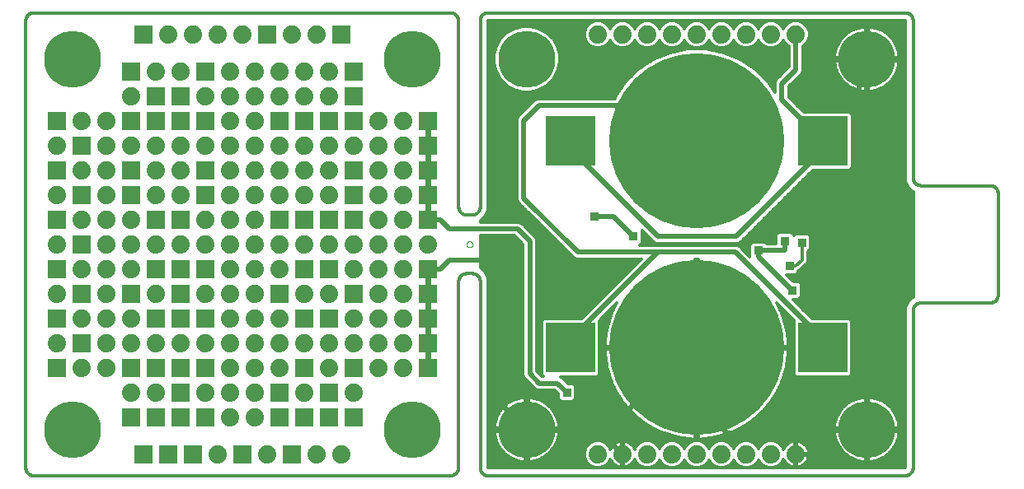
<source format=gbl>
G75*
%MOIN*%
%OFA0B0*%
%FSLAX25Y25*%
%IPPOS*%
%LPD*%
%AMOC8*
5,1,8,0,0,1.08239X$1,22.5*
%
%ADD10C,0.01200*%
%ADD11C,0.00000*%
%ADD12C,0.23000*%
%ADD13C,0.07400*%
%ADD14C,0.70866*%
%ADD15R,0.20000X0.20000*%
%ADD16R,0.07400X0.07400*%
%ADD17C,0.02000*%
%ADD18R,0.03562X0.03562*%
%ADD19C,0.02400*%
D10*
X0004800Y0001600D02*
X0173400Y0001600D01*
X0173399Y0001601D02*
X0173517Y0001613D01*
X0173633Y0001630D01*
X0173749Y0001650D01*
X0173865Y0001674D01*
X0173979Y0001702D01*
X0174093Y0001733D01*
X0174205Y0001769D01*
X0174316Y0001808D01*
X0174426Y0001851D01*
X0174534Y0001898D01*
X0174641Y0001948D01*
X0174746Y0002002D01*
X0174849Y0002059D01*
X0174950Y0002119D01*
X0175049Y0002183D01*
X0175146Y0002250D01*
X0175240Y0002321D01*
X0175332Y0002394D01*
X0175422Y0002471D01*
X0175509Y0002550D01*
X0175593Y0002633D01*
X0175675Y0002718D01*
X0175753Y0002806D01*
X0175829Y0002896D01*
X0175901Y0002989D01*
X0175971Y0003084D01*
X0176037Y0003182D01*
X0176100Y0003281D01*
X0176159Y0003383D01*
X0176215Y0003487D01*
X0176268Y0003592D01*
X0176317Y0003699D01*
X0176363Y0003808D01*
X0176404Y0003918D01*
X0176442Y0004030D01*
X0176477Y0004142D01*
X0176507Y0004256D01*
X0176534Y0004371D01*
X0176557Y0004486D01*
X0176576Y0004603D01*
X0176591Y0004720D01*
X0176602Y0004837D01*
X0176609Y0004955D01*
X0176613Y0005072D01*
X0176612Y0005190D01*
X0176608Y0005308D01*
X0176599Y0005425D01*
X0176600Y0005425D02*
X0176600Y0080275D01*
X0176602Y0080387D01*
X0176608Y0080498D01*
X0176618Y0080609D01*
X0176631Y0080720D01*
X0176649Y0080831D01*
X0176670Y0080940D01*
X0176695Y0081049D01*
X0176724Y0081157D01*
X0176757Y0081264D01*
X0176793Y0081369D01*
X0176833Y0081474D01*
X0176877Y0081577D01*
X0176924Y0081678D01*
X0176975Y0081777D01*
X0177029Y0081875D01*
X0177086Y0081971D01*
X0177147Y0082064D01*
X0177211Y0082156D01*
X0177278Y0082245D01*
X0177349Y0082332D01*
X0177422Y0082416D01*
X0177498Y0082498D01*
X0177577Y0082577D01*
X0177659Y0082653D01*
X0177743Y0082726D01*
X0177830Y0082797D01*
X0177919Y0082864D01*
X0178011Y0082928D01*
X0178104Y0082989D01*
X0178200Y0083046D01*
X0178298Y0083100D01*
X0178397Y0083151D01*
X0178498Y0083198D01*
X0178601Y0083242D01*
X0178706Y0083282D01*
X0178811Y0083318D01*
X0178918Y0083351D01*
X0179026Y0083380D01*
X0179135Y0083405D01*
X0179244Y0083426D01*
X0179355Y0083444D01*
X0179466Y0083457D01*
X0179577Y0083467D01*
X0179688Y0083473D01*
X0179800Y0083475D01*
X0182150Y0083475D01*
X0179800Y0083475D02*
X0179725Y0083475D01*
X0182150Y0083475D02*
X0182262Y0083473D01*
X0182373Y0083467D01*
X0182484Y0083457D01*
X0182595Y0083444D01*
X0182706Y0083426D01*
X0182815Y0083405D01*
X0182924Y0083380D01*
X0183032Y0083351D01*
X0183139Y0083318D01*
X0183244Y0083282D01*
X0183349Y0083242D01*
X0183452Y0083198D01*
X0183553Y0083151D01*
X0183652Y0083100D01*
X0183750Y0083046D01*
X0183846Y0082989D01*
X0183939Y0082928D01*
X0184031Y0082864D01*
X0184120Y0082797D01*
X0184207Y0082726D01*
X0184291Y0082653D01*
X0184373Y0082577D01*
X0184452Y0082498D01*
X0184528Y0082416D01*
X0184601Y0082332D01*
X0184672Y0082245D01*
X0184739Y0082156D01*
X0184803Y0082064D01*
X0184864Y0081971D01*
X0184921Y0081875D01*
X0184975Y0081777D01*
X0185026Y0081678D01*
X0185073Y0081577D01*
X0185117Y0081474D01*
X0185157Y0081369D01*
X0185193Y0081264D01*
X0185226Y0081157D01*
X0185255Y0081049D01*
X0185280Y0080940D01*
X0185301Y0080831D01*
X0185319Y0080720D01*
X0185332Y0080609D01*
X0185342Y0080498D01*
X0185348Y0080387D01*
X0185350Y0080275D01*
X0185350Y0004800D01*
X0188550Y0004800D02*
X0188550Y0081548D01*
X0187576Y0083900D01*
X0187576Y0083900D01*
X0185775Y0085701D01*
X0185350Y0085877D01*
X0185350Y0098800D01*
X0199190Y0098800D01*
X0202550Y0095440D01*
X0202550Y0042293D01*
X0202976Y0041264D01*
X0206726Y0037514D01*
X0207514Y0036726D01*
X0208543Y0036300D01*
X0215440Y0036300D01*
X0216769Y0034971D01*
X0216769Y0032823D01*
X0217823Y0031769D01*
X0222877Y0031769D01*
X0223931Y0032823D01*
X0223931Y0037877D01*
X0222877Y0038931D01*
X0220729Y0038931D01*
X0218186Y0041474D01*
X0217700Y0041675D01*
X0232546Y0041675D01*
X0233600Y0042729D01*
X0233600Y0064221D01*
X0233390Y0064430D01*
X0240411Y0071451D01*
X0239489Y0069694D01*
X0238570Y0067653D01*
X0237777Y0065561D01*
X0237111Y0063424D01*
X0236575Y0061251D01*
X0236172Y0059050D01*
X0235902Y0056828D01*
X0235767Y0054594D01*
X0235767Y0054075D01*
X0272200Y0054075D01*
X0272200Y0089425D01*
X0273400Y0089425D01*
X0273400Y0054075D01*
X0272200Y0054075D01*
X0272200Y0052875D01*
X0273400Y0052875D01*
X0273400Y0054075D01*
X0309833Y0054075D01*
X0309833Y0054594D01*
X0309698Y0056828D01*
X0309428Y0059050D01*
X0309025Y0061251D01*
X0308489Y0063424D01*
X0307823Y0065561D01*
X0307030Y0067653D01*
X0306111Y0069694D01*
X0305079Y0071662D01*
X0312260Y0064480D01*
X0312000Y0064221D01*
X0312000Y0042729D01*
X0313054Y0041675D01*
X0334546Y0041675D01*
X0335600Y0042729D01*
X0335600Y0064221D01*
X0334546Y0065275D01*
X0319385Y0065275D01*
X0311641Y0073019D01*
X0314127Y0073019D01*
X0315181Y0074073D01*
X0315181Y0079127D01*
X0314127Y0080181D01*
X0311979Y0080181D01*
X0309141Y0083019D01*
X0312877Y0083019D01*
X0313931Y0084073D01*
X0313931Y0084450D01*
X0314209Y0084565D01*
X0314885Y0085241D01*
X0317385Y0087741D01*
X0317750Y0088623D01*
X0317750Y0092394D01*
X0317877Y0092394D01*
X0318931Y0093448D01*
X0318931Y0098502D01*
X0317877Y0099556D01*
X0312823Y0099556D01*
X0312056Y0098789D01*
X0312056Y0099127D01*
X0311002Y0100181D01*
X0305948Y0100181D01*
X0304894Y0099127D01*
X0304894Y0095650D01*
X0301158Y0095650D01*
X0300377Y0096431D01*
X0295323Y0096431D01*
X0294269Y0095377D01*
X0294269Y0090391D01*
X0290061Y0094599D01*
X0289032Y0095025D01*
X0249883Y0095025D01*
X0250806Y0095948D01*
X0250806Y0100934D01*
X0254851Y0096889D01*
X0255639Y0096101D01*
X0256668Y0095675D01*
X0289407Y0095675D01*
X0290436Y0096101D01*
X0319760Y0125425D01*
X0334596Y0125425D01*
X0335650Y0126479D01*
X0335650Y0147971D01*
X0334596Y0149025D01*
X0316010Y0149025D01*
X0310025Y0155010D01*
X0310025Y0159190D01*
X0315224Y0164389D01*
X0315650Y0165418D01*
X0315650Y0175557D01*
X0315965Y0175687D01*
X0317513Y0177234D01*
X0318350Y0179256D01*
X0318350Y0181444D01*
X0317513Y0183465D01*
X0315965Y0185013D01*
X0313944Y0185850D01*
X0311756Y0185850D01*
X0309734Y0185013D01*
X0308187Y0183465D01*
X0307850Y0182651D01*
X0307513Y0183465D01*
X0305965Y0185013D01*
X0303944Y0185850D01*
X0301756Y0185850D01*
X0299734Y0185013D01*
X0298187Y0183465D01*
X0297850Y0182651D01*
X0297513Y0183465D01*
X0295965Y0185013D01*
X0293944Y0185850D01*
X0291756Y0185850D01*
X0289734Y0185013D01*
X0288187Y0183465D01*
X0287850Y0182651D01*
X0287513Y0183465D01*
X0285965Y0185013D01*
X0283944Y0185850D01*
X0281756Y0185850D01*
X0279734Y0185013D01*
X0278187Y0183465D01*
X0277850Y0182651D01*
X0277513Y0183465D01*
X0275965Y0185013D01*
X0273944Y0185850D01*
X0271756Y0185850D01*
X0269734Y0185013D01*
X0268187Y0183465D01*
X0267850Y0182651D01*
X0267513Y0183465D01*
X0265965Y0185013D01*
X0263944Y0185850D01*
X0261756Y0185850D01*
X0259734Y0185013D01*
X0258187Y0183465D01*
X0257850Y0182651D01*
X0257513Y0183465D01*
X0255965Y0185013D01*
X0253944Y0185850D01*
X0251756Y0185850D01*
X0249734Y0185013D01*
X0248187Y0183465D01*
X0247850Y0182651D01*
X0247513Y0183465D01*
X0245965Y0185013D01*
X0243944Y0185850D01*
X0241756Y0185850D01*
X0239734Y0185013D01*
X0238187Y0183465D01*
X0237850Y0182651D01*
X0237513Y0183465D01*
X0235965Y0185013D01*
X0233944Y0185850D01*
X0231756Y0185850D01*
X0229734Y0185013D01*
X0228187Y0183465D01*
X0227350Y0181444D01*
X0227350Y0179256D01*
X0228187Y0177234D01*
X0229734Y0175687D01*
X0231756Y0174850D01*
X0233944Y0174850D01*
X0235965Y0175687D01*
X0237513Y0177234D01*
X0237850Y0178049D01*
X0238187Y0177234D01*
X0239734Y0175687D01*
X0241756Y0174850D01*
X0243944Y0174850D01*
X0245965Y0175687D01*
X0247513Y0177234D01*
X0247850Y0178049D01*
X0248187Y0177234D01*
X0249734Y0175687D01*
X0251756Y0174850D01*
X0253944Y0174850D01*
X0255965Y0175687D01*
X0257513Y0177234D01*
X0257850Y0178049D01*
X0258187Y0177234D01*
X0259734Y0175687D01*
X0261756Y0174850D01*
X0263944Y0174850D01*
X0265965Y0175687D01*
X0267513Y0177234D01*
X0267850Y0178049D01*
X0268187Y0177234D01*
X0269734Y0175687D01*
X0271756Y0174850D01*
X0273944Y0174850D01*
X0275965Y0175687D01*
X0277513Y0177234D01*
X0277850Y0178049D01*
X0278187Y0177234D01*
X0279734Y0175687D01*
X0281756Y0174850D01*
X0283944Y0174850D01*
X0285965Y0175687D01*
X0287513Y0177234D01*
X0287850Y0178049D01*
X0288187Y0177234D01*
X0289734Y0175687D01*
X0291756Y0174850D01*
X0293944Y0174850D01*
X0295965Y0175687D01*
X0297513Y0177234D01*
X0297850Y0178049D01*
X0298187Y0177234D01*
X0299734Y0175687D01*
X0301756Y0174850D01*
X0303944Y0174850D01*
X0305965Y0175687D01*
X0307513Y0177234D01*
X0307850Y0178049D01*
X0308187Y0177234D01*
X0309734Y0175687D01*
X0310050Y0175557D01*
X0310050Y0167135D01*
X0305639Y0162724D01*
X0304851Y0161936D01*
X0304425Y0160907D01*
X0304425Y0156987D01*
X0301771Y0160960D01*
X0296585Y0166146D01*
X0290486Y0170221D01*
X0283710Y0173027D01*
X0276517Y0174458D01*
X0269183Y0174458D01*
X0261990Y0173027D01*
X0255214Y0170221D01*
X0249115Y0166146D01*
X0243929Y0160960D01*
X0239854Y0154861D01*
X0239663Y0154400D01*
X0208543Y0154400D01*
X0207514Y0153974D01*
X0206726Y0153186D01*
X0200476Y0146936D01*
X0200050Y0145907D01*
X0200050Y0113543D01*
X0200476Y0112514D01*
X0201264Y0111726D01*
X0222351Y0090639D01*
X0223139Y0089851D01*
X0224168Y0089425D01*
X0250465Y0089425D01*
X0226315Y0065275D01*
X0211054Y0065275D01*
X0210000Y0064221D01*
X0210000Y0042729D01*
X0210829Y0041900D01*
X0210260Y0041900D01*
X0208150Y0044010D01*
X0208150Y0097157D01*
X0207724Y0098186D01*
X0206936Y0098974D01*
X0202724Y0103186D01*
X0201936Y0103974D01*
X0200907Y0104400D01*
X0185350Y0104400D01*
X0185350Y0104823D01*
X0185775Y0104999D01*
X0185775Y0104999D01*
X0187576Y0106800D01*
X0188550Y0109152D01*
X0188550Y0185900D01*
X0188550Y0189100D02*
X0188438Y0189098D01*
X0188327Y0189092D01*
X0188216Y0189082D01*
X0188105Y0189069D01*
X0187994Y0189051D01*
X0187885Y0189030D01*
X0187776Y0189005D01*
X0187668Y0188976D01*
X0187561Y0188943D01*
X0187456Y0188907D01*
X0187351Y0188867D01*
X0187248Y0188823D01*
X0187147Y0188776D01*
X0187048Y0188725D01*
X0186950Y0188671D01*
X0186854Y0188614D01*
X0186761Y0188553D01*
X0186669Y0188489D01*
X0186580Y0188422D01*
X0186493Y0188351D01*
X0186409Y0188278D01*
X0186327Y0188202D01*
X0186248Y0188123D01*
X0186172Y0188041D01*
X0186099Y0187957D01*
X0186028Y0187870D01*
X0185961Y0187781D01*
X0185897Y0187689D01*
X0185836Y0187596D01*
X0185779Y0187500D01*
X0185725Y0187402D01*
X0185674Y0187303D01*
X0185627Y0187202D01*
X0185583Y0187099D01*
X0185543Y0186994D01*
X0185507Y0186889D01*
X0185474Y0186782D01*
X0185445Y0186674D01*
X0185420Y0186565D01*
X0185399Y0186456D01*
X0185381Y0186345D01*
X0185368Y0186234D01*
X0185358Y0186123D01*
X0185352Y0186012D01*
X0185350Y0185900D01*
X0185350Y0110425D01*
X0185348Y0110313D01*
X0185342Y0110202D01*
X0185332Y0110091D01*
X0185319Y0109980D01*
X0185301Y0109869D01*
X0185280Y0109760D01*
X0185255Y0109651D01*
X0185226Y0109543D01*
X0185193Y0109436D01*
X0185157Y0109331D01*
X0185117Y0109226D01*
X0185073Y0109123D01*
X0185026Y0109022D01*
X0184975Y0108923D01*
X0184921Y0108825D01*
X0184864Y0108729D01*
X0184803Y0108636D01*
X0184739Y0108544D01*
X0184672Y0108455D01*
X0184601Y0108368D01*
X0184528Y0108284D01*
X0184452Y0108202D01*
X0184373Y0108123D01*
X0184291Y0108047D01*
X0184207Y0107974D01*
X0184120Y0107903D01*
X0184031Y0107836D01*
X0183939Y0107772D01*
X0183846Y0107711D01*
X0183750Y0107654D01*
X0183652Y0107600D01*
X0183553Y0107549D01*
X0183452Y0107502D01*
X0183349Y0107458D01*
X0183244Y0107418D01*
X0183139Y0107382D01*
X0183032Y0107349D01*
X0182924Y0107320D01*
X0182815Y0107295D01*
X0182706Y0107274D01*
X0182595Y0107256D01*
X0182484Y0107243D01*
X0182373Y0107233D01*
X0182262Y0107227D01*
X0182150Y0107225D01*
X0179800Y0107225D01*
X0179688Y0107227D01*
X0179577Y0107233D01*
X0179466Y0107243D01*
X0179355Y0107256D01*
X0179244Y0107274D01*
X0179135Y0107295D01*
X0179026Y0107320D01*
X0178918Y0107349D01*
X0178811Y0107382D01*
X0178706Y0107418D01*
X0178601Y0107458D01*
X0178498Y0107502D01*
X0178397Y0107549D01*
X0178298Y0107600D01*
X0178200Y0107654D01*
X0178104Y0107711D01*
X0178011Y0107772D01*
X0177919Y0107836D01*
X0177830Y0107903D01*
X0177743Y0107974D01*
X0177659Y0108047D01*
X0177577Y0108123D01*
X0177498Y0108202D01*
X0177422Y0108284D01*
X0177349Y0108368D01*
X0177278Y0108455D01*
X0177211Y0108544D01*
X0177147Y0108636D01*
X0177086Y0108729D01*
X0177029Y0108825D01*
X0176975Y0108923D01*
X0176924Y0109022D01*
X0176877Y0109123D01*
X0176833Y0109226D01*
X0176793Y0109331D01*
X0176757Y0109436D01*
X0176724Y0109543D01*
X0176695Y0109651D01*
X0176670Y0109760D01*
X0176649Y0109869D01*
X0176631Y0109980D01*
X0176618Y0110091D01*
X0176608Y0110202D01*
X0176602Y0110313D01*
X0176600Y0110425D01*
X0176600Y0185275D01*
X0176599Y0185275D02*
X0176608Y0185392D01*
X0176612Y0185510D01*
X0176613Y0185628D01*
X0176609Y0185745D01*
X0176602Y0185863D01*
X0176591Y0185980D01*
X0176576Y0186097D01*
X0176557Y0186214D01*
X0176534Y0186329D01*
X0176507Y0186444D01*
X0176477Y0186558D01*
X0176442Y0186670D01*
X0176404Y0186782D01*
X0176363Y0186892D01*
X0176317Y0187001D01*
X0176268Y0187108D01*
X0176215Y0187213D01*
X0176159Y0187317D01*
X0176100Y0187419D01*
X0176037Y0187518D01*
X0175971Y0187616D01*
X0175901Y0187711D01*
X0175829Y0187804D01*
X0175753Y0187894D01*
X0175675Y0187982D01*
X0175593Y0188067D01*
X0175509Y0188150D01*
X0175422Y0188229D01*
X0175332Y0188306D01*
X0175240Y0188379D01*
X0175146Y0188450D01*
X0175049Y0188517D01*
X0174950Y0188581D01*
X0174849Y0188641D01*
X0174746Y0188698D01*
X0174641Y0188752D01*
X0174534Y0188802D01*
X0174426Y0188849D01*
X0174316Y0188892D01*
X0174205Y0188931D01*
X0174093Y0188967D01*
X0173979Y0188998D01*
X0173865Y0189026D01*
X0173749Y0189050D01*
X0173633Y0189070D01*
X0173517Y0189087D01*
X0173399Y0189099D01*
X0173400Y0189100D02*
X0009800Y0189100D01*
X0009725Y0189100D02*
X0004800Y0189100D01*
X0004688Y0189098D01*
X0004577Y0189092D01*
X0004466Y0189082D01*
X0004355Y0189069D01*
X0004244Y0189051D01*
X0004135Y0189030D01*
X0004026Y0189005D01*
X0003918Y0188976D01*
X0003811Y0188943D01*
X0003706Y0188907D01*
X0003601Y0188867D01*
X0003498Y0188823D01*
X0003397Y0188776D01*
X0003298Y0188725D01*
X0003200Y0188671D01*
X0003104Y0188614D01*
X0003011Y0188553D01*
X0002919Y0188489D01*
X0002830Y0188422D01*
X0002743Y0188351D01*
X0002659Y0188278D01*
X0002577Y0188202D01*
X0002498Y0188123D01*
X0002422Y0188041D01*
X0002349Y0187957D01*
X0002278Y0187870D01*
X0002211Y0187781D01*
X0002147Y0187689D01*
X0002086Y0187596D01*
X0002029Y0187500D01*
X0001975Y0187402D01*
X0001924Y0187303D01*
X0001877Y0187202D01*
X0001833Y0187099D01*
X0001793Y0186994D01*
X0001757Y0186889D01*
X0001724Y0186782D01*
X0001695Y0186674D01*
X0001670Y0186565D01*
X0001649Y0186456D01*
X0001631Y0186345D01*
X0001618Y0186234D01*
X0001608Y0186123D01*
X0001602Y0186012D01*
X0001600Y0185900D01*
X0001600Y0004800D01*
X0001602Y0004688D01*
X0001608Y0004577D01*
X0001618Y0004466D01*
X0001631Y0004355D01*
X0001649Y0004244D01*
X0001670Y0004135D01*
X0001695Y0004026D01*
X0001724Y0003918D01*
X0001757Y0003811D01*
X0001793Y0003706D01*
X0001833Y0003601D01*
X0001877Y0003498D01*
X0001924Y0003397D01*
X0001975Y0003298D01*
X0002029Y0003200D01*
X0002086Y0003104D01*
X0002147Y0003011D01*
X0002211Y0002919D01*
X0002278Y0002830D01*
X0002349Y0002743D01*
X0002422Y0002659D01*
X0002498Y0002577D01*
X0002577Y0002498D01*
X0002659Y0002422D01*
X0002743Y0002349D01*
X0002830Y0002278D01*
X0002919Y0002211D01*
X0003011Y0002147D01*
X0003104Y0002086D01*
X0003200Y0002029D01*
X0003298Y0001975D01*
X0003397Y0001924D01*
X0003498Y0001877D01*
X0003601Y0001833D01*
X0003706Y0001793D01*
X0003811Y0001757D01*
X0003918Y0001724D01*
X0004026Y0001695D01*
X0004135Y0001670D01*
X0004244Y0001649D01*
X0004355Y0001631D01*
X0004466Y0001618D01*
X0004577Y0001608D01*
X0004688Y0001602D01*
X0004800Y0001600D01*
X0185775Y0085701D02*
X0185775Y0085701D01*
X0185980Y0085496D02*
X0202550Y0085496D01*
X0202550Y0086694D02*
X0185350Y0086694D01*
X0185350Y0087893D02*
X0202550Y0087893D01*
X0202550Y0089091D02*
X0185350Y0089091D01*
X0185350Y0090290D02*
X0202550Y0090290D01*
X0202550Y0091488D02*
X0185350Y0091488D01*
X0185350Y0092687D02*
X0202550Y0092687D01*
X0202550Y0093885D02*
X0185350Y0093885D01*
X0185350Y0095084D02*
X0202550Y0095084D01*
X0201708Y0096282D02*
X0185350Y0096282D01*
X0185350Y0097481D02*
X0200509Y0097481D01*
X0199311Y0098679D02*
X0185350Y0098679D01*
X0185350Y0104672D02*
X0208318Y0104672D01*
X0207120Y0105870D02*
X0186646Y0105870D01*
X0187576Y0106800D02*
X0187576Y0106800D01*
X0187687Y0107069D02*
X0205921Y0107069D01*
X0204723Y0108268D02*
X0188184Y0108268D01*
X0188550Y0109466D02*
X0203524Y0109466D01*
X0202326Y0110665D02*
X0188550Y0110665D01*
X0188550Y0111863D02*
X0201127Y0111863D01*
X0200249Y0113062D02*
X0188550Y0113062D01*
X0188550Y0114260D02*
X0200050Y0114260D01*
X0200050Y0115459D02*
X0188550Y0115459D01*
X0188550Y0116657D02*
X0200050Y0116657D01*
X0200050Y0117856D02*
X0188550Y0117856D01*
X0188550Y0119054D02*
X0200050Y0119054D01*
X0200050Y0120253D02*
X0188550Y0120253D01*
X0188550Y0121451D02*
X0200050Y0121451D01*
X0200050Y0122650D02*
X0188550Y0122650D01*
X0188550Y0123848D02*
X0200050Y0123848D01*
X0200050Y0125047D02*
X0188550Y0125047D01*
X0188550Y0126245D02*
X0200050Y0126245D01*
X0200050Y0127444D02*
X0188550Y0127444D01*
X0188550Y0128642D02*
X0200050Y0128642D01*
X0200050Y0129841D02*
X0188550Y0129841D01*
X0188550Y0131039D02*
X0200050Y0131039D01*
X0200050Y0132238D02*
X0188550Y0132238D01*
X0188550Y0133436D02*
X0200050Y0133436D01*
X0200050Y0134635D02*
X0188550Y0134635D01*
X0188550Y0135833D02*
X0200050Y0135833D01*
X0200050Y0137032D02*
X0188550Y0137032D01*
X0188550Y0138230D02*
X0200050Y0138230D01*
X0200050Y0139429D02*
X0188550Y0139429D01*
X0188550Y0140627D02*
X0200050Y0140627D01*
X0200050Y0141826D02*
X0188550Y0141826D01*
X0188550Y0143024D02*
X0200050Y0143024D01*
X0200050Y0144223D02*
X0188550Y0144223D01*
X0188550Y0145421D02*
X0200050Y0145421D01*
X0200345Y0146620D02*
X0188550Y0146620D01*
X0188550Y0147818D02*
X0201359Y0147818D01*
X0202557Y0149017D02*
X0188550Y0149017D01*
X0188550Y0150215D02*
X0203756Y0150215D01*
X0204954Y0151414D02*
X0188550Y0151414D01*
X0188550Y0152612D02*
X0206153Y0152612D01*
X0207351Y0153811D02*
X0188550Y0153811D01*
X0188550Y0155009D02*
X0239953Y0155009D01*
X0240754Y0156208D02*
X0188550Y0156208D01*
X0188550Y0157406D02*
X0201019Y0157406D01*
X0202349Y0157050D02*
X0198966Y0157956D01*
X0195934Y0159707D01*
X0193457Y0162184D01*
X0191706Y0165216D01*
X0190800Y0168599D01*
X0190800Y0172101D01*
X0191706Y0175484D01*
X0193457Y0178516D01*
X0195934Y0180993D01*
X0198966Y0182744D01*
X0202349Y0183650D01*
X0205851Y0183650D01*
X0209234Y0182744D01*
X0212266Y0180993D01*
X0214743Y0178516D01*
X0216494Y0175484D01*
X0217400Y0172101D01*
X0217400Y0168599D01*
X0216494Y0165216D01*
X0214743Y0162184D01*
X0212266Y0159707D01*
X0209234Y0157956D01*
X0205851Y0157050D01*
X0202349Y0157050D01*
X0207181Y0157406D02*
X0241555Y0157406D01*
X0242356Y0158605D02*
X0210357Y0158605D01*
X0212363Y0159803D02*
X0243157Y0159803D01*
X0243971Y0161002D02*
X0213561Y0161002D01*
X0214752Y0162201D02*
X0245170Y0162201D01*
X0246369Y0163399D02*
X0215444Y0163399D01*
X0216136Y0164598D02*
X0247567Y0164598D01*
X0248766Y0165796D02*
X0216649Y0165796D01*
X0216970Y0166995D02*
X0250386Y0166995D01*
X0252179Y0168193D02*
X0217291Y0168193D01*
X0217400Y0169392D02*
X0253973Y0169392D01*
X0256106Y0170590D02*
X0217400Y0170590D01*
X0217400Y0171789D02*
X0258999Y0171789D01*
X0261893Y0172987D02*
X0217163Y0172987D01*
X0216841Y0174186D02*
X0267813Y0174186D01*
X0266861Y0176583D02*
X0268839Y0176583D01*
X0267961Y0177781D02*
X0267739Y0177781D01*
X0265234Y0175384D02*
X0270466Y0175384D01*
X0275234Y0175384D02*
X0280466Y0175384D01*
X0278839Y0176583D02*
X0276861Y0176583D01*
X0277739Y0177781D02*
X0277961Y0177781D01*
X0277887Y0174186D02*
X0310050Y0174186D01*
X0310050Y0175384D02*
X0305234Y0175384D01*
X0306861Y0176583D02*
X0308839Y0176583D01*
X0307961Y0177781D02*
X0307739Y0177781D01*
X0300466Y0175384D02*
X0295234Y0175384D01*
X0296861Y0176583D02*
X0298839Y0176583D01*
X0297961Y0177781D02*
X0297739Y0177781D01*
X0290466Y0175384D02*
X0285234Y0175384D01*
X0286861Y0176583D02*
X0288839Y0176583D01*
X0287961Y0177781D02*
X0287739Y0177781D01*
X0287204Y0183774D02*
X0288496Y0183774D01*
X0289694Y0184972D02*
X0286006Y0184972D01*
X0279694Y0184972D02*
X0276006Y0184972D01*
X0277204Y0183774D02*
X0278496Y0183774D01*
X0269694Y0184972D02*
X0266006Y0184972D01*
X0267204Y0183774D02*
X0268496Y0183774D01*
X0259694Y0184972D02*
X0256006Y0184972D01*
X0257204Y0183774D02*
X0258496Y0183774D01*
X0249694Y0184972D02*
X0246006Y0184972D01*
X0247204Y0183774D02*
X0248496Y0183774D01*
X0239694Y0184972D02*
X0236006Y0184972D01*
X0237204Y0183774D02*
X0238496Y0183774D01*
X0237961Y0177781D02*
X0237739Y0177781D01*
X0236861Y0176583D02*
X0238839Y0176583D01*
X0240466Y0175384D02*
X0235234Y0175384D01*
X0230466Y0175384D02*
X0216520Y0175384D01*
X0215859Y0176583D02*
X0228839Y0176583D01*
X0227961Y0177781D02*
X0215167Y0177781D01*
X0214279Y0178980D02*
X0227464Y0178980D01*
X0227350Y0180178D02*
X0213081Y0180178D01*
X0211601Y0181377D02*
X0227350Y0181377D01*
X0227819Y0182575D02*
X0209525Y0182575D01*
X0198675Y0182575D02*
X0188550Y0182575D01*
X0188550Y0181377D02*
X0196599Y0181377D01*
X0195119Y0180178D02*
X0188550Y0180178D01*
X0188550Y0178980D02*
X0193921Y0178980D01*
X0193033Y0177781D02*
X0188550Y0177781D01*
X0188550Y0176583D02*
X0192341Y0176583D01*
X0191680Y0175384D02*
X0188550Y0175384D01*
X0188550Y0174186D02*
X0191359Y0174186D01*
X0191037Y0172987D02*
X0188550Y0172987D01*
X0188550Y0171789D02*
X0190800Y0171789D01*
X0190800Y0170590D02*
X0188550Y0170590D01*
X0188550Y0169392D02*
X0190800Y0169392D01*
X0190909Y0168193D02*
X0188550Y0168193D01*
X0188550Y0166995D02*
X0191230Y0166995D01*
X0191551Y0165796D02*
X0188550Y0165796D01*
X0188550Y0164598D02*
X0192064Y0164598D01*
X0192756Y0163399D02*
X0188550Y0163399D01*
X0188550Y0162201D02*
X0193448Y0162201D01*
X0194639Y0161002D02*
X0188550Y0161002D01*
X0188550Y0159803D02*
X0195837Y0159803D01*
X0197843Y0158605D02*
X0188550Y0158605D01*
X0188550Y0183774D02*
X0228496Y0183774D01*
X0229694Y0184972D02*
X0188550Y0184972D01*
X0188550Y0185900D02*
X0357150Y0185900D01*
X0360350Y0185900D02*
X0360348Y0186012D01*
X0360342Y0186123D01*
X0360332Y0186234D01*
X0360319Y0186345D01*
X0360301Y0186456D01*
X0360280Y0186565D01*
X0360255Y0186674D01*
X0360226Y0186782D01*
X0360193Y0186889D01*
X0360157Y0186994D01*
X0360117Y0187099D01*
X0360073Y0187202D01*
X0360026Y0187303D01*
X0359975Y0187402D01*
X0359921Y0187500D01*
X0359864Y0187596D01*
X0359803Y0187689D01*
X0359739Y0187781D01*
X0359672Y0187870D01*
X0359601Y0187957D01*
X0359528Y0188041D01*
X0359452Y0188123D01*
X0359373Y0188202D01*
X0359291Y0188278D01*
X0359207Y0188351D01*
X0359120Y0188422D01*
X0359031Y0188489D01*
X0358939Y0188553D01*
X0358846Y0188614D01*
X0358750Y0188671D01*
X0358652Y0188725D01*
X0358553Y0188776D01*
X0358452Y0188823D01*
X0358349Y0188867D01*
X0358244Y0188907D01*
X0358139Y0188943D01*
X0358032Y0188976D01*
X0357924Y0189005D01*
X0357815Y0189030D01*
X0357706Y0189051D01*
X0357595Y0189069D01*
X0357484Y0189082D01*
X0357373Y0189092D01*
X0357262Y0189098D01*
X0357150Y0189100D01*
X0188550Y0189100D01*
X0245234Y0175384D02*
X0250466Y0175384D01*
X0248839Y0176583D02*
X0246861Y0176583D01*
X0247739Y0177781D02*
X0247961Y0177781D01*
X0255234Y0175384D02*
X0260466Y0175384D01*
X0258839Y0176583D02*
X0256861Y0176583D01*
X0257739Y0177781D02*
X0257961Y0177781D01*
X0283807Y0172987D02*
X0310050Y0172987D01*
X0310050Y0171789D02*
X0286701Y0171789D01*
X0289594Y0170590D02*
X0310050Y0170590D01*
X0310050Y0169392D02*
X0291727Y0169392D01*
X0293521Y0168193D02*
X0310050Y0168193D01*
X0309910Y0166995D02*
X0295314Y0166995D01*
X0296934Y0165796D02*
X0308711Y0165796D01*
X0307513Y0164598D02*
X0298133Y0164598D01*
X0299331Y0163399D02*
X0306314Y0163399D01*
X0305116Y0162201D02*
X0300530Y0162201D01*
X0301728Y0161002D02*
X0304464Y0161002D01*
X0304425Y0159803D02*
X0302543Y0159803D01*
X0303344Y0158605D02*
X0304425Y0158605D01*
X0304425Y0157406D02*
X0304145Y0157406D01*
X0310025Y0157406D02*
X0339523Y0157406D01*
X0339676Y0157376D02*
X0340956Y0157250D01*
X0341000Y0157250D01*
X0341000Y0169750D01*
X0342200Y0169750D01*
X0342200Y0170950D01*
X0354700Y0170950D01*
X0354700Y0170994D01*
X0354574Y0172274D01*
X0354323Y0173537D01*
X0353949Y0174769D01*
X0353457Y0175958D01*
X0352850Y0177093D01*
X0352135Y0178163D01*
X0351318Y0179158D01*
X0350408Y0180068D01*
X0349413Y0180885D01*
X0348343Y0181600D01*
X0347208Y0182207D01*
X0346019Y0182699D01*
X0344787Y0183073D01*
X0343524Y0183324D01*
X0342244Y0183450D01*
X0342200Y0183450D01*
X0342200Y0170950D01*
X0341000Y0170950D01*
X0341000Y0183450D01*
X0340956Y0183450D01*
X0339676Y0183324D01*
X0338413Y0183073D01*
X0337181Y0182699D01*
X0335992Y0182207D01*
X0334857Y0181600D01*
X0333787Y0180885D01*
X0332792Y0180068D01*
X0331882Y0179158D01*
X0331065Y0178163D01*
X0330350Y0177093D01*
X0329743Y0175958D01*
X0329251Y0174769D01*
X0328877Y0173537D01*
X0328626Y0172274D01*
X0328500Y0170994D01*
X0328500Y0170950D01*
X0341000Y0170950D01*
X0341000Y0169750D01*
X0328500Y0169750D01*
X0328500Y0169706D01*
X0328626Y0168426D01*
X0328877Y0167163D01*
X0329251Y0165931D01*
X0329743Y0164742D01*
X0330350Y0163607D01*
X0331065Y0162537D01*
X0331882Y0161542D01*
X0332792Y0160632D01*
X0333787Y0159815D01*
X0334857Y0159100D01*
X0335992Y0158493D01*
X0337181Y0158001D01*
X0338413Y0157627D01*
X0339676Y0157376D01*
X0341000Y0157406D02*
X0342200Y0157406D01*
X0342200Y0157250D02*
X0342244Y0157250D01*
X0343524Y0157376D01*
X0344787Y0157627D01*
X0346019Y0158001D01*
X0347208Y0158493D01*
X0348343Y0159100D01*
X0349413Y0159815D01*
X0350408Y0160632D01*
X0351318Y0161542D01*
X0352135Y0162537D01*
X0352850Y0163607D01*
X0353457Y0164742D01*
X0353949Y0165931D01*
X0354323Y0167163D01*
X0354574Y0168426D01*
X0354700Y0169706D01*
X0354700Y0169750D01*
X0342200Y0169750D01*
X0342200Y0157250D01*
X0342200Y0158605D02*
X0341000Y0158605D01*
X0341000Y0159803D02*
X0342200Y0159803D01*
X0342200Y0161002D02*
X0341000Y0161002D01*
X0341000Y0162201D02*
X0342200Y0162201D01*
X0342200Y0163399D02*
X0341000Y0163399D01*
X0341000Y0164598D02*
X0342200Y0164598D01*
X0342200Y0165796D02*
X0341000Y0165796D01*
X0341000Y0166995D02*
X0342200Y0166995D01*
X0342200Y0168193D02*
X0341000Y0168193D01*
X0341000Y0169392D02*
X0342200Y0169392D01*
X0342200Y0170590D02*
X0357150Y0170590D01*
X0357150Y0169392D02*
X0354669Y0169392D01*
X0354528Y0168193D02*
X0357150Y0168193D01*
X0357150Y0166995D02*
X0354272Y0166995D01*
X0353893Y0165796D02*
X0357150Y0165796D01*
X0357150Y0164598D02*
X0353379Y0164598D01*
X0352711Y0163399D02*
X0357150Y0163399D01*
X0357150Y0162201D02*
X0351859Y0162201D01*
X0350778Y0161002D02*
X0357150Y0161002D01*
X0357150Y0159803D02*
X0349395Y0159803D01*
X0347416Y0158605D02*
X0357150Y0158605D01*
X0357150Y0157406D02*
X0343677Y0157406D01*
X0335784Y0158605D02*
X0310025Y0158605D01*
X0310638Y0159803D02*
X0333805Y0159803D01*
X0332422Y0161002D02*
X0311837Y0161002D01*
X0313035Y0162201D02*
X0331341Y0162201D01*
X0330489Y0163399D02*
X0314234Y0163399D01*
X0315310Y0164598D02*
X0329821Y0164598D01*
X0329307Y0165796D02*
X0315650Y0165796D01*
X0315650Y0166995D02*
X0328928Y0166995D01*
X0328672Y0168193D02*
X0315650Y0168193D01*
X0315650Y0169392D02*
X0328531Y0169392D01*
X0328578Y0171789D02*
X0315650Y0171789D01*
X0315650Y0172987D02*
X0328768Y0172987D01*
X0329074Y0174186D02*
X0315650Y0174186D01*
X0315650Y0175384D02*
X0329506Y0175384D01*
X0330077Y0176583D02*
X0316861Y0176583D01*
X0317739Y0177781D02*
X0330810Y0177781D01*
X0331735Y0178980D02*
X0318236Y0178980D01*
X0318350Y0180178D02*
X0332926Y0180178D01*
X0334523Y0181377D02*
X0318350Y0181377D01*
X0317881Y0182575D02*
X0336882Y0182575D01*
X0341000Y0182575D02*
X0342200Y0182575D01*
X0342200Y0181377D02*
X0341000Y0181377D01*
X0341000Y0180178D02*
X0342200Y0180178D01*
X0342200Y0178980D02*
X0341000Y0178980D01*
X0341000Y0177781D02*
X0342200Y0177781D01*
X0342200Y0176583D02*
X0341000Y0176583D01*
X0341000Y0175384D02*
X0342200Y0175384D01*
X0342200Y0174186D02*
X0341000Y0174186D01*
X0341000Y0172987D02*
X0342200Y0172987D01*
X0342200Y0171789D02*
X0341000Y0171789D01*
X0341000Y0170590D02*
X0315650Y0170590D01*
X0317204Y0183774D02*
X0357150Y0183774D01*
X0357150Y0184972D02*
X0316006Y0184972D01*
X0309694Y0184972D02*
X0306006Y0184972D01*
X0307204Y0183774D02*
X0308496Y0183774D01*
X0299694Y0184972D02*
X0296006Y0184972D01*
X0297204Y0183774D02*
X0298496Y0183774D01*
X0346318Y0182575D02*
X0357150Y0182575D01*
X0357150Y0181377D02*
X0348677Y0181377D01*
X0350274Y0180178D02*
X0357150Y0180178D01*
X0357150Y0178980D02*
X0351465Y0178980D01*
X0352390Y0177781D02*
X0357150Y0177781D01*
X0357150Y0176583D02*
X0353123Y0176583D01*
X0353694Y0175384D02*
X0357150Y0175384D01*
X0357150Y0174186D02*
X0354126Y0174186D01*
X0354432Y0172987D02*
X0357150Y0172987D01*
X0357150Y0171789D02*
X0354622Y0171789D01*
X0357150Y0185900D02*
X0357150Y0121027D01*
X0358124Y0118675D01*
X0358124Y0118675D01*
X0359925Y0116874D01*
X0360350Y0116698D01*
X0360350Y0074002D01*
X0359925Y0073826D01*
X0359925Y0073826D01*
X0358124Y0072025D01*
X0357150Y0069673D01*
X0357150Y0069037D01*
X0357150Y0004800D01*
X0357150Y0001600D02*
X0357262Y0001602D01*
X0357373Y0001608D01*
X0357484Y0001618D01*
X0357595Y0001631D01*
X0357706Y0001649D01*
X0357815Y0001670D01*
X0357924Y0001695D01*
X0358032Y0001724D01*
X0358139Y0001757D01*
X0358244Y0001793D01*
X0358349Y0001833D01*
X0358452Y0001877D01*
X0358553Y0001924D01*
X0358652Y0001975D01*
X0358750Y0002029D01*
X0358846Y0002086D01*
X0358939Y0002147D01*
X0359031Y0002211D01*
X0359120Y0002278D01*
X0359207Y0002349D01*
X0359291Y0002422D01*
X0359373Y0002498D01*
X0359452Y0002577D01*
X0359528Y0002659D01*
X0359601Y0002743D01*
X0359672Y0002830D01*
X0359739Y0002919D01*
X0359803Y0003011D01*
X0359864Y0003104D01*
X0359921Y0003200D01*
X0359975Y0003298D01*
X0360026Y0003397D01*
X0360073Y0003498D01*
X0360117Y0003601D01*
X0360157Y0003706D01*
X0360193Y0003811D01*
X0360226Y0003918D01*
X0360255Y0004026D01*
X0360280Y0004135D01*
X0360301Y0004244D01*
X0360319Y0004355D01*
X0360332Y0004466D01*
X0360342Y0004577D01*
X0360348Y0004688D01*
X0360350Y0004800D01*
X0360350Y0068400D01*
X0360352Y0068512D01*
X0360358Y0068623D01*
X0360368Y0068734D01*
X0360381Y0068845D01*
X0360399Y0068956D01*
X0360420Y0069065D01*
X0360445Y0069174D01*
X0360474Y0069282D01*
X0360507Y0069389D01*
X0360543Y0069494D01*
X0360583Y0069599D01*
X0360627Y0069702D01*
X0360674Y0069803D01*
X0360725Y0069902D01*
X0360779Y0070000D01*
X0360836Y0070096D01*
X0360897Y0070189D01*
X0360961Y0070281D01*
X0361028Y0070370D01*
X0361099Y0070457D01*
X0361172Y0070541D01*
X0361248Y0070623D01*
X0361327Y0070702D01*
X0361409Y0070778D01*
X0361493Y0070851D01*
X0361580Y0070922D01*
X0361669Y0070989D01*
X0361761Y0071053D01*
X0361854Y0071114D01*
X0361950Y0071171D01*
X0362048Y0071225D01*
X0362147Y0071276D01*
X0362248Y0071323D01*
X0362351Y0071367D01*
X0362456Y0071407D01*
X0362561Y0071443D01*
X0362668Y0071476D01*
X0362776Y0071505D01*
X0362885Y0071530D01*
X0362994Y0071551D01*
X0363105Y0071569D01*
X0363216Y0071582D01*
X0363327Y0071592D01*
X0363438Y0071598D01*
X0363550Y0071600D01*
X0391525Y0071600D01*
X0391637Y0071602D01*
X0391748Y0071608D01*
X0391859Y0071618D01*
X0391970Y0071631D01*
X0392081Y0071649D01*
X0392190Y0071670D01*
X0392299Y0071695D01*
X0392407Y0071724D01*
X0392514Y0071757D01*
X0392619Y0071793D01*
X0392724Y0071833D01*
X0392827Y0071877D01*
X0392928Y0071924D01*
X0393027Y0071975D01*
X0393125Y0072029D01*
X0393221Y0072086D01*
X0393314Y0072147D01*
X0393406Y0072211D01*
X0393495Y0072278D01*
X0393582Y0072349D01*
X0393666Y0072422D01*
X0393748Y0072498D01*
X0393827Y0072577D01*
X0393903Y0072659D01*
X0393976Y0072743D01*
X0394047Y0072830D01*
X0394114Y0072919D01*
X0394178Y0073011D01*
X0394239Y0073104D01*
X0394296Y0073200D01*
X0394350Y0073298D01*
X0394401Y0073397D01*
X0394448Y0073498D01*
X0394492Y0073601D01*
X0394532Y0073706D01*
X0394568Y0073811D01*
X0394601Y0073918D01*
X0394630Y0074026D01*
X0394655Y0074135D01*
X0394676Y0074244D01*
X0394694Y0074355D01*
X0394707Y0074466D01*
X0394717Y0074577D01*
X0394723Y0074688D01*
X0394725Y0074800D01*
X0394725Y0115900D01*
X0394723Y0116012D01*
X0394717Y0116123D01*
X0394707Y0116234D01*
X0394694Y0116345D01*
X0394676Y0116456D01*
X0394655Y0116565D01*
X0394630Y0116674D01*
X0394601Y0116782D01*
X0394568Y0116889D01*
X0394532Y0116994D01*
X0394492Y0117099D01*
X0394448Y0117202D01*
X0394401Y0117303D01*
X0394350Y0117402D01*
X0394296Y0117500D01*
X0394239Y0117596D01*
X0394178Y0117689D01*
X0394114Y0117781D01*
X0394047Y0117870D01*
X0393976Y0117957D01*
X0393903Y0118041D01*
X0393827Y0118123D01*
X0393748Y0118202D01*
X0393666Y0118278D01*
X0393582Y0118351D01*
X0393495Y0118422D01*
X0393406Y0118489D01*
X0393314Y0118553D01*
X0393221Y0118614D01*
X0393125Y0118671D01*
X0393027Y0118725D01*
X0392928Y0118776D01*
X0392827Y0118823D01*
X0392724Y0118867D01*
X0392619Y0118907D01*
X0392514Y0118943D01*
X0392407Y0118976D01*
X0392299Y0119005D01*
X0392190Y0119030D01*
X0392081Y0119051D01*
X0391970Y0119069D01*
X0391859Y0119082D01*
X0391748Y0119092D01*
X0391637Y0119098D01*
X0391525Y0119100D01*
X0363550Y0119100D01*
X0360350Y0116657D02*
X0310992Y0116657D01*
X0312190Y0117856D02*
X0358943Y0117856D01*
X0359925Y0116874D02*
X0359925Y0116874D01*
X0360350Y0115459D02*
X0309793Y0115459D01*
X0308595Y0114260D02*
X0360350Y0114260D01*
X0360350Y0113062D02*
X0307396Y0113062D01*
X0306198Y0111863D02*
X0360350Y0111863D01*
X0360350Y0110665D02*
X0304999Y0110665D01*
X0303801Y0109466D02*
X0360350Y0109466D01*
X0360350Y0108268D02*
X0302602Y0108268D01*
X0301404Y0107069D02*
X0360350Y0107069D01*
X0360350Y0105870D02*
X0300205Y0105870D01*
X0299007Y0104672D02*
X0360350Y0104672D01*
X0360350Y0103473D02*
X0297808Y0103473D01*
X0296610Y0102275D02*
X0360350Y0102275D01*
X0360350Y0101076D02*
X0295411Y0101076D01*
X0294213Y0099878D02*
X0305645Y0099878D01*
X0304894Y0098679D02*
X0293014Y0098679D01*
X0291816Y0097481D02*
X0304894Y0097481D01*
X0304894Y0096282D02*
X0300525Y0096282D01*
X0295175Y0096282D02*
X0290617Y0096282D01*
X0290774Y0093885D02*
X0294269Y0093885D01*
X0294269Y0092687D02*
X0291973Y0092687D01*
X0293171Y0091488D02*
X0294269Y0091488D01*
X0294269Y0095084D02*
X0249942Y0095084D01*
X0250806Y0096282D02*
X0255458Y0096282D01*
X0254259Y0097481D02*
X0250806Y0097481D01*
X0250806Y0098679D02*
X0253061Y0098679D01*
X0251862Y0099878D02*
X0250806Y0099878D01*
X0250132Y0089091D02*
X0208150Y0089091D01*
X0208150Y0087893D02*
X0248933Y0087893D01*
X0247735Y0086694D02*
X0208150Y0086694D01*
X0208150Y0085496D02*
X0246536Y0085496D01*
X0245337Y0084297D02*
X0208150Y0084297D01*
X0208150Y0083099D02*
X0244139Y0083099D01*
X0242940Y0081900D02*
X0208150Y0081900D01*
X0208150Y0080702D02*
X0241742Y0080702D01*
X0240543Y0079503D02*
X0208150Y0079503D01*
X0208150Y0078305D02*
X0239345Y0078305D01*
X0238146Y0077106D02*
X0208150Y0077106D01*
X0208150Y0075908D02*
X0236948Y0075908D01*
X0235749Y0074709D02*
X0208150Y0074709D01*
X0208150Y0073511D02*
X0234551Y0073511D01*
X0233352Y0072312D02*
X0208150Y0072312D01*
X0208150Y0071114D02*
X0232154Y0071114D01*
X0230955Y0069915D02*
X0208150Y0069915D01*
X0208150Y0068717D02*
X0229757Y0068717D01*
X0228558Y0067518D02*
X0208150Y0067518D01*
X0208150Y0066320D02*
X0227360Y0066320D01*
X0233600Y0063923D02*
X0237266Y0063923D01*
X0236938Y0062724D02*
X0233600Y0062724D01*
X0233600Y0061526D02*
X0236643Y0061526D01*
X0236406Y0060327D02*
X0233600Y0060327D01*
X0233600Y0059129D02*
X0236186Y0059129D01*
X0236036Y0057930D02*
X0233600Y0057930D01*
X0233600Y0056732D02*
X0235896Y0056732D01*
X0235824Y0055533D02*
X0233600Y0055533D01*
X0233600Y0054334D02*
X0235767Y0054334D01*
X0235767Y0052875D02*
X0235767Y0052356D01*
X0235902Y0050122D01*
X0236172Y0047900D01*
X0236575Y0045699D01*
X0237111Y0043526D01*
X0237777Y0041389D01*
X0238570Y0039297D01*
X0239489Y0037256D01*
X0240529Y0035274D01*
X0241687Y0033359D01*
X0242958Y0031517D01*
X0244338Y0029755D01*
X0245822Y0028080D01*
X0247405Y0026497D01*
X0249080Y0025013D01*
X0250842Y0023633D01*
X0252684Y0022362D01*
X0254599Y0021204D01*
X0256581Y0020164D01*
X0258622Y0019245D01*
X0260714Y0018452D01*
X0262851Y0017786D01*
X0265024Y0017250D01*
X0267225Y0016847D01*
X0269447Y0016577D01*
X0271681Y0016442D01*
X0272200Y0016442D01*
X0272200Y0052875D01*
X0235767Y0052875D01*
X0235792Y0051937D02*
X0233600Y0051937D01*
X0233600Y0050739D02*
X0235865Y0050739D01*
X0235973Y0049540D02*
X0233600Y0049540D01*
X0233600Y0048342D02*
X0236118Y0048342D01*
X0236311Y0047143D02*
X0233600Y0047143D01*
X0233600Y0045945D02*
X0236530Y0045945D01*
X0236810Y0044746D02*
X0233600Y0044746D01*
X0233600Y0043548D02*
X0237105Y0043548D01*
X0237477Y0042349D02*
X0233220Y0042349D01*
X0237867Y0041151D02*
X0218509Y0041151D01*
X0219707Y0039952D02*
X0238322Y0039952D01*
X0238815Y0038754D02*
X0223054Y0038754D01*
X0223931Y0037555D02*
X0239354Y0037555D01*
X0239961Y0036357D02*
X0223931Y0036357D01*
X0223931Y0035158D02*
X0240599Y0035158D01*
X0241323Y0033960D02*
X0223931Y0033960D01*
X0223869Y0032761D02*
X0242099Y0032761D01*
X0242926Y0031563D02*
X0210898Y0031563D01*
X0210843Y0031600D02*
X0209708Y0032207D01*
X0208519Y0032699D01*
X0207287Y0033073D01*
X0206024Y0033324D01*
X0204744Y0033450D01*
X0204700Y0033450D01*
X0204700Y0020950D01*
X0217200Y0020950D01*
X0217200Y0020994D01*
X0217074Y0022274D01*
X0216823Y0023537D01*
X0216449Y0024769D01*
X0215957Y0025958D01*
X0215350Y0027093D01*
X0214635Y0028163D01*
X0213818Y0029158D01*
X0212908Y0030068D01*
X0211913Y0030885D01*
X0210843Y0031600D01*
X0212547Y0030364D02*
X0243861Y0030364D01*
X0244860Y0029166D02*
X0213810Y0029166D01*
X0214766Y0027967D02*
X0245935Y0027967D01*
X0247134Y0026769D02*
X0215523Y0026769D01*
X0216117Y0025570D02*
X0248451Y0025570D01*
X0249899Y0024372D02*
X0216569Y0024372D01*
X0216895Y0023173D02*
X0251508Y0023173D01*
X0253324Y0021975D02*
X0217103Y0021975D01*
X0217200Y0019750D02*
X0204700Y0019750D01*
X0204700Y0020950D01*
X0203500Y0020950D01*
X0203500Y0033450D01*
X0203456Y0033450D01*
X0202176Y0033324D01*
X0200913Y0033073D01*
X0199681Y0032699D01*
X0198492Y0032207D01*
X0197357Y0031600D01*
X0196287Y0030885D01*
X0195292Y0030068D01*
X0194382Y0029158D01*
X0193565Y0028163D01*
X0192850Y0027093D01*
X0192243Y0025958D01*
X0191751Y0024769D01*
X0191377Y0023537D01*
X0191126Y0022274D01*
X0191000Y0020994D01*
X0191000Y0020950D01*
X0203500Y0020950D01*
X0203500Y0019750D01*
X0204700Y0019750D01*
X0204700Y0007250D01*
X0204744Y0007250D01*
X0206024Y0007376D01*
X0207287Y0007627D01*
X0208519Y0008001D01*
X0209708Y0008493D01*
X0210843Y0009100D01*
X0211913Y0009815D01*
X0212908Y0010632D01*
X0213818Y0011542D01*
X0214635Y0012537D01*
X0215350Y0013607D01*
X0215957Y0014742D01*
X0216449Y0015931D01*
X0216823Y0017163D01*
X0217074Y0018426D01*
X0217200Y0019706D01*
X0217200Y0019750D01*
X0217187Y0019578D02*
X0257883Y0019578D01*
X0255414Y0020776D02*
X0204700Y0020776D01*
X0204700Y0019578D02*
X0203500Y0019578D01*
X0203500Y0019750D02*
X0203500Y0007250D01*
X0203456Y0007250D01*
X0202176Y0007376D01*
X0200913Y0007627D01*
X0199681Y0008001D01*
X0198492Y0008493D01*
X0197357Y0009100D01*
X0196287Y0009815D01*
X0195292Y0010632D01*
X0194382Y0011542D01*
X0193565Y0012537D01*
X0192850Y0013607D01*
X0192243Y0014742D01*
X0191751Y0015931D01*
X0191377Y0017163D01*
X0191126Y0018426D01*
X0191000Y0019706D01*
X0191000Y0019750D01*
X0203500Y0019750D01*
X0203500Y0020776D02*
X0188550Y0020776D01*
X0188550Y0019578D02*
X0191013Y0019578D01*
X0191135Y0018379D02*
X0188550Y0018379D01*
X0188550Y0017181D02*
X0191374Y0017181D01*
X0191736Y0015982D02*
X0188550Y0015982D01*
X0188550Y0014784D02*
X0192226Y0014784D01*
X0192865Y0013585D02*
X0188550Y0013585D01*
X0188550Y0012387D02*
X0193689Y0012387D01*
X0194736Y0011188D02*
X0188550Y0011188D01*
X0188550Y0009990D02*
X0196075Y0009990D01*
X0197935Y0008791D02*
X0188550Y0008791D01*
X0188550Y0007593D02*
X0201088Y0007593D01*
X0203500Y0007593D02*
X0204700Y0007593D01*
X0204700Y0008791D02*
X0203500Y0008791D01*
X0203500Y0009990D02*
X0204700Y0009990D01*
X0204700Y0011188D02*
X0203500Y0011188D01*
X0203500Y0012387D02*
X0204700Y0012387D01*
X0204700Y0013585D02*
X0203500Y0013585D01*
X0203500Y0014784D02*
X0204700Y0014784D01*
X0204700Y0015982D02*
X0203500Y0015982D01*
X0203500Y0017181D02*
X0204700Y0017181D01*
X0204700Y0018379D02*
X0203500Y0018379D01*
X0203500Y0021975D02*
X0204700Y0021975D01*
X0204700Y0023173D02*
X0203500Y0023173D01*
X0203500Y0024372D02*
X0204700Y0024372D01*
X0204700Y0025570D02*
X0203500Y0025570D01*
X0203500Y0026769D02*
X0204700Y0026769D01*
X0204700Y0027967D02*
X0203500Y0027967D01*
X0203500Y0029166D02*
X0204700Y0029166D01*
X0204700Y0030364D02*
X0203500Y0030364D01*
X0203500Y0031563D02*
X0204700Y0031563D01*
X0204700Y0032761D02*
X0203500Y0032761D01*
X0199886Y0032761D02*
X0188550Y0032761D01*
X0188550Y0031563D02*
X0197302Y0031563D01*
X0195653Y0030364D02*
X0188550Y0030364D01*
X0188550Y0029166D02*
X0194390Y0029166D01*
X0193434Y0027967D02*
X0188550Y0027967D01*
X0188550Y0026769D02*
X0192677Y0026769D01*
X0192083Y0025570D02*
X0188550Y0025570D01*
X0188550Y0024372D02*
X0191631Y0024372D01*
X0191305Y0023173D02*
X0188550Y0023173D01*
X0188550Y0021975D02*
X0191097Y0021975D01*
X0188550Y0033960D02*
X0216769Y0033960D01*
X0216831Y0032761D02*
X0208314Y0032761D01*
X0208406Y0036357D02*
X0188550Y0036357D01*
X0188550Y0037555D02*
X0206685Y0037555D01*
X0205486Y0038754D02*
X0188550Y0038754D01*
X0188550Y0039952D02*
X0204288Y0039952D01*
X0203089Y0041151D02*
X0188550Y0041151D01*
X0188550Y0042349D02*
X0202550Y0042349D01*
X0202550Y0043548D02*
X0188550Y0043548D01*
X0188550Y0044746D02*
X0202550Y0044746D01*
X0202550Y0045945D02*
X0188550Y0045945D01*
X0188550Y0047143D02*
X0202550Y0047143D01*
X0202550Y0048342D02*
X0188550Y0048342D01*
X0188550Y0049540D02*
X0202550Y0049540D01*
X0202550Y0050739D02*
X0188550Y0050739D01*
X0188550Y0051937D02*
X0202550Y0051937D01*
X0202550Y0053136D02*
X0188550Y0053136D01*
X0188550Y0054334D02*
X0202550Y0054334D01*
X0202550Y0055533D02*
X0188550Y0055533D01*
X0188550Y0056732D02*
X0202550Y0056732D01*
X0202550Y0057930D02*
X0188550Y0057930D01*
X0188550Y0059129D02*
X0202550Y0059129D01*
X0202550Y0060327D02*
X0188550Y0060327D01*
X0188550Y0061526D02*
X0202550Y0061526D01*
X0202550Y0062724D02*
X0188550Y0062724D01*
X0188550Y0063923D02*
X0202550Y0063923D01*
X0202550Y0065121D02*
X0188550Y0065121D01*
X0188550Y0066320D02*
X0202550Y0066320D01*
X0202550Y0067518D02*
X0188550Y0067518D01*
X0188550Y0068717D02*
X0202550Y0068717D01*
X0202550Y0069915D02*
X0188550Y0069915D01*
X0188550Y0071114D02*
X0202550Y0071114D01*
X0202550Y0072312D02*
X0188550Y0072312D01*
X0188550Y0073511D02*
X0202550Y0073511D01*
X0202550Y0074709D02*
X0188550Y0074709D01*
X0188550Y0075908D02*
X0202550Y0075908D01*
X0202550Y0077106D02*
X0188550Y0077106D01*
X0188550Y0078305D02*
X0202550Y0078305D01*
X0202550Y0079503D02*
X0188550Y0079503D01*
X0188550Y0080702D02*
X0202550Y0080702D01*
X0202550Y0081900D02*
X0188404Y0081900D01*
X0187908Y0083099D02*
X0202550Y0083099D01*
X0202550Y0084297D02*
X0187179Y0084297D01*
X0208150Y0090290D02*
X0222700Y0090290D01*
X0222351Y0090639D02*
X0222351Y0090639D01*
X0221502Y0091488D02*
X0208150Y0091488D01*
X0208150Y0092687D02*
X0220303Y0092687D01*
X0219105Y0093885D02*
X0208150Y0093885D01*
X0208150Y0095084D02*
X0217906Y0095084D01*
X0216708Y0096282D02*
X0208150Y0096282D01*
X0208016Y0097481D02*
X0215509Y0097481D01*
X0214311Y0098679D02*
X0207230Y0098679D01*
X0206032Y0099878D02*
X0213112Y0099878D01*
X0211914Y0101076D02*
X0204833Y0101076D01*
X0203635Y0102275D02*
X0210715Y0102275D01*
X0209517Y0103473D02*
X0202436Y0103473D01*
X0202724Y0103186D02*
X0202724Y0103186D01*
X0240073Y0071114D02*
X0240234Y0071114D01*
X0239605Y0069915D02*
X0238875Y0069915D01*
X0239049Y0068717D02*
X0237676Y0068717D01*
X0238519Y0067518D02*
X0236478Y0067518D01*
X0235279Y0066320D02*
X0238064Y0066320D01*
X0237640Y0065121D02*
X0234081Y0065121D01*
X0210901Y0065121D02*
X0208150Y0065121D01*
X0208150Y0063923D02*
X0210000Y0063923D01*
X0210000Y0062724D02*
X0208150Y0062724D01*
X0208150Y0061526D02*
X0210000Y0061526D01*
X0210000Y0060327D02*
X0208150Y0060327D01*
X0208150Y0059129D02*
X0210000Y0059129D01*
X0210000Y0057930D02*
X0208150Y0057930D01*
X0208150Y0056732D02*
X0210000Y0056732D01*
X0210000Y0055533D02*
X0208150Y0055533D01*
X0208150Y0054334D02*
X0210000Y0054334D01*
X0210000Y0053136D02*
X0208150Y0053136D01*
X0208150Y0051937D02*
X0210000Y0051937D01*
X0210000Y0050739D02*
X0208150Y0050739D01*
X0208150Y0049540D02*
X0210000Y0049540D01*
X0210000Y0048342D02*
X0208150Y0048342D01*
X0208150Y0047143D02*
X0210000Y0047143D01*
X0210000Y0045945D02*
X0208150Y0045945D01*
X0208150Y0044746D02*
X0210000Y0044746D01*
X0210000Y0043548D02*
X0208612Y0043548D01*
X0209810Y0042349D02*
X0210380Y0042349D01*
X0216582Y0035158D02*
X0188550Y0035158D01*
X0217065Y0018379D02*
X0260947Y0018379D01*
X0261756Y0015850D02*
X0259734Y0015013D01*
X0258187Y0013465D01*
X0257850Y0012651D01*
X0257513Y0013465D01*
X0255965Y0015013D01*
X0253944Y0015850D01*
X0251756Y0015850D01*
X0249734Y0015013D01*
X0248187Y0013465D01*
X0247749Y0012408D01*
X0247383Y0013128D01*
X0246893Y0013803D01*
X0246303Y0014393D01*
X0245628Y0014883D01*
X0244884Y0015262D01*
X0244091Y0015519D01*
X0243267Y0015650D01*
X0243250Y0015650D01*
X0243250Y0010750D01*
X0242450Y0010750D01*
X0242450Y0015650D01*
X0242433Y0015650D01*
X0241609Y0015519D01*
X0240816Y0015262D01*
X0240072Y0014883D01*
X0239397Y0014393D01*
X0238807Y0013803D01*
X0238317Y0013128D01*
X0237951Y0012408D01*
X0237513Y0013465D01*
X0235965Y0015013D01*
X0233944Y0015850D01*
X0231756Y0015850D01*
X0229734Y0015013D01*
X0228187Y0013465D01*
X0227350Y0011444D01*
X0227350Y0009256D01*
X0228187Y0007234D01*
X0229734Y0005687D01*
X0231756Y0004850D01*
X0233944Y0004850D01*
X0235965Y0005687D01*
X0237513Y0007234D01*
X0237951Y0008292D01*
X0238317Y0007572D01*
X0238807Y0006897D01*
X0239397Y0006307D01*
X0240072Y0005817D01*
X0240816Y0005438D01*
X0241609Y0005180D01*
X0242433Y0005050D01*
X0242450Y0005050D01*
X0242450Y0009950D01*
X0243250Y0009950D01*
X0243250Y0005050D01*
X0243267Y0005050D01*
X0244091Y0005180D01*
X0244884Y0005438D01*
X0245628Y0005817D01*
X0246303Y0006307D01*
X0246893Y0006897D01*
X0247383Y0007572D01*
X0247749Y0008292D01*
X0248187Y0007234D01*
X0249734Y0005687D01*
X0251756Y0004850D01*
X0253944Y0004850D01*
X0255965Y0005687D01*
X0257513Y0007234D01*
X0257850Y0008049D01*
X0258187Y0007234D01*
X0259734Y0005687D01*
X0261756Y0004850D01*
X0263944Y0004850D01*
X0265965Y0005687D01*
X0267513Y0007234D01*
X0267850Y0008049D01*
X0268187Y0007234D01*
X0269734Y0005687D01*
X0271756Y0004850D01*
X0273944Y0004850D01*
X0275965Y0005687D01*
X0277513Y0007234D01*
X0277850Y0008049D01*
X0278187Y0007234D01*
X0279734Y0005687D01*
X0281756Y0004850D01*
X0283944Y0004850D01*
X0285965Y0005687D01*
X0287513Y0007234D01*
X0287850Y0008049D01*
X0288187Y0007234D01*
X0289734Y0005687D01*
X0291756Y0004850D01*
X0293944Y0004850D01*
X0295965Y0005687D01*
X0297513Y0007234D01*
X0297850Y0008049D01*
X0298187Y0007234D01*
X0299734Y0005687D01*
X0301756Y0004850D01*
X0303944Y0004850D01*
X0305965Y0005687D01*
X0307513Y0007234D01*
X0307951Y0008292D01*
X0308317Y0007572D01*
X0308807Y0006897D01*
X0309397Y0006307D01*
X0310072Y0005817D01*
X0310816Y0005438D01*
X0311609Y0005180D01*
X0312433Y0005050D01*
X0312450Y0005050D01*
X0312450Y0009950D01*
X0313250Y0009950D01*
X0313250Y0010750D01*
X0312450Y0010750D01*
X0312450Y0015650D01*
X0312433Y0015650D01*
X0311609Y0015519D01*
X0310816Y0015262D01*
X0310072Y0014883D01*
X0309397Y0014393D01*
X0308807Y0013803D01*
X0308317Y0013128D01*
X0307951Y0012408D01*
X0307513Y0013465D01*
X0305965Y0015013D01*
X0303944Y0015850D01*
X0301756Y0015850D01*
X0299734Y0015013D01*
X0298187Y0013465D01*
X0297850Y0012651D01*
X0297513Y0013465D01*
X0295965Y0015013D01*
X0293944Y0015850D01*
X0291756Y0015850D01*
X0289734Y0015013D01*
X0288187Y0013465D01*
X0287850Y0012651D01*
X0287513Y0013465D01*
X0285965Y0015013D01*
X0283944Y0015850D01*
X0281756Y0015850D01*
X0279734Y0015013D01*
X0278187Y0013465D01*
X0277850Y0012651D01*
X0277513Y0013465D01*
X0275965Y0015013D01*
X0273944Y0015850D01*
X0271756Y0015850D01*
X0269734Y0015013D01*
X0268187Y0013465D01*
X0267850Y0012651D01*
X0267513Y0013465D01*
X0265965Y0015013D01*
X0263944Y0015850D01*
X0261756Y0015850D01*
X0259505Y0014784D02*
X0256195Y0014784D01*
X0257393Y0013585D02*
X0258307Y0013585D01*
X0265404Y0017181D02*
X0216826Y0017181D01*
X0216464Y0015982D02*
X0329236Y0015982D01*
X0329251Y0015931D02*
X0329743Y0014742D01*
X0330350Y0013607D01*
X0331065Y0012537D01*
X0331882Y0011542D01*
X0332792Y0010632D01*
X0333787Y0009815D01*
X0334857Y0009100D01*
X0335992Y0008493D01*
X0337181Y0008001D01*
X0338413Y0007627D01*
X0339676Y0007376D01*
X0340956Y0007250D01*
X0341000Y0007250D01*
X0341000Y0019750D01*
X0342200Y0019750D01*
X0342200Y0020950D01*
X0354700Y0020950D01*
X0354700Y0020994D01*
X0354574Y0022274D01*
X0354323Y0023537D01*
X0353949Y0024769D01*
X0353457Y0025958D01*
X0352850Y0027093D01*
X0352135Y0028163D01*
X0351318Y0029158D01*
X0350408Y0030068D01*
X0349413Y0030885D01*
X0348343Y0031600D01*
X0347208Y0032207D01*
X0346019Y0032699D01*
X0344787Y0033073D01*
X0343524Y0033324D01*
X0342244Y0033450D01*
X0342200Y0033450D01*
X0342200Y0020950D01*
X0341000Y0020950D01*
X0341000Y0033450D01*
X0340956Y0033450D01*
X0339676Y0033324D01*
X0338413Y0033073D01*
X0337181Y0032699D01*
X0335992Y0032207D01*
X0334857Y0031600D01*
X0333787Y0030885D01*
X0332792Y0030068D01*
X0331882Y0029158D01*
X0331065Y0028163D01*
X0330350Y0027093D01*
X0329743Y0025958D01*
X0329251Y0024769D01*
X0328877Y0023537D01*
X0328626Y0022274D01*
X0328500Y0020994D01*
X0328500Y0020950D01*
X0341000Y0020950D01*
X0341000Y0019750D01*
X0328500Y0019750D01*
X0328500Y0019706D01*
X0328626Y0018426D01*
X0328877Y0017163D01*
X0329251Y0015931D01*
X0329726Y0014784D02*
X0315765Y0014784D01*
X0315628Y0014883D02*
X0314884Y0015262D01*
X0314091Y0015519D01*
X0313267Y0015650D01*
X0313250Y0015650D01*
X0313250Y0010750D01*
X0318150Y0010750D01*
X0318150Y0010767D01*
X0318019Y0011591D01*
X0317762Y0012384D01*
X0317383Y0013128D01*
X0316893Y0013803D01*
X0316303Y0014393D01*
X0315628Y0014883D01*
X0317051Y0013585D02*
X0330365Y0013585D01*
X0331189Y0012387D02*
X0317761Y0012387D01*
X0318083Y0011188D02*
X0332236Y0011188D01*
X0333575Y0009990D02*
X0313250Y0009990D01*
X0313250Y0009950D02*
X0318150Y0009950D01*
X0318150Y0009933D01*
X0318019Y0009109D01*
X0317762Y0008316D01*
X0317383Y0007572D01*
X0316893Y0006897D01*
X0316303Y0006307D01*
X0315628Y0005817D01*
X0314884Y0005438D01*
X0314091Y0005180D01*
X0313267Y0005050D01*
X0313250Y0005050D01*
X0313250Y0009950D01*
X0313250Y0008791D02*
X0312450Y0008791D01*
X0312450Y0007593D02*
X0313250Y0007593D01*
X0313250Y0006394D02*
X0312450Y0006394D01*
X0312450Y0005196D02*
X0313250Y0005196D01*
X0314137Y0005196D02*
X0357150Y0005196D01*
X0357150Y0004800D02*
X0188550Y0004800D01*
X0185350Y0004800D02*
X0185352Y0004688D01*
X0185358Y0004577D01*
X0185368Y0004466D01*
X0185381Y0004355D01*
X0185399Y0004244D01*
X0185420Y0004135D01*
X0185445Y0004026D01*
X0185474Y0003918D01*
X0185507Y0003811D01*
X0185543Y0003706D01*
X0185583Y0003601D01*
X0185627Y0003498D01*
X0185674Y0003397D01*
X0185725Y0003298D01*
X0185779Y0003200D01*
X0185836Y0003104D01*
X0185897Y0003011D01*
X0185961Y0002919D01*
X0186028Y0002830D01*
X0186099Y0002743D01*
X0186172Y0002659D01*
X0186248Y0002577D01*
X0186327Y0002498D01*
X0186409Y0002422D01*
X0186493Y0002349D01*
X0186580Y0002278D01*
X0186669Y0002211D01*
X0186761Y0002147D01*
X0186854Y0002086D01*
X0186950Y0002029D01*
X0187048Y0001975D01*
X0187147Y0001924D01*
X0187248Y0001877D01*
X0187351Y0001833D01*
X0187456Y0001793D01*
X0187561Y0001757D01*
X0187668Y0001724D01*
X0187776Y0001695D01*
X0187885Y0001670D01*
X0187994Y0001649D01*
X0188105Y0001631D01*
X0188216Y0001618D01*
X0188327Y0001608D01*
X0188438Y0001602D01*
X0188550Y0001600D01*
X0357150Y0001600D01*
X0357150Y0006394D02*
X0316389Y0006394D01*
X0317393Y0007593D02*
X0338588Y0007593D01*
X0341000Y0007593D02*
X0342200Y0007593D01*
X0342200Y0007250D02*
X0342244Y0007250D01*
X0343524Y0007376D01*
X0344787Y0007627D01*
X0346019Y0008001D01*
X0347208Y0008493D01*
X0348343Y0009100D01*
X0349413Y0009815D01*
X0350408Y0010632D01*
X0351318Y0011542D01*
X0352135Y0012537D01*
X0352850Y0013607D01*
X0353457Y0014742D01*
X0353949Y0015931D01*
X0354323Y0017163D01*
X0354574Y0018426D01*
X0354700Y0019706D01*
X0354700Y0019750D01*
X0342200Y0019750D01*
X0342200Y0007250D01*
X0342200Y0008791D02*
X0341000Y0008791D01*
X0341000Y0009990D02*
X0342200Y0009990D01*
X0342200Y0011188D02*
X0341000Y0011188D01*
X0341000Y0012387D02*
X0342200Y0012387D01*
X0342200Y0013585D02*
X0341000Y0013585D01*
X0341000Y0014784D02*
X0342200Y0014784D01*
X0342200Y0015982D02*
X0341000Y0015982D01*
X0341000Y0017181D02*
X0342200Y0017181D01*
X0342200Y0018379D02*
X0341000Y0018379D01*
X0341000Y0019578D02*
X0342200Y0019578D01*
X0342200Y0020776D02*
X0357150Y0020776D01*
X0357150Y0019578D02*
X0354687Y0019578D01*
X0354565Y0018379D02*
X0357150Y0018379D01*
X0357150Y0017181D02*
X0354326Y0017181D01*
X0353964Y0015982D02*
X0357150Y0015982D01*
X0357150Y0014784D02*
X0353474Y0014784D01*
X0352835Y0013585D02*
X0357150Y0013585D01*
X0357150Y0012387D02*
X0352011Y0012387D01*
X0350964Y0011188D02*
X0357150Y0011188D01*
X0357150Y0009990D02*
X0349625Y0009990D01*
X0347765Y0008791D02*
X0357150Y0008791D01*
X0357150Y0007593D02*
X0344612Y0007593D01*
X0335435Y0008791D02*
X0317916Y0008791D01*
X0313250Y0011188D02*
X0312450Y0011188D01*
X0312450Y0012387D02*
X0313250Y0012387D01*
X0313250Y0013585D02*
X0312450Y0013585D01*
X0312450Y0014784D02*
X0313250Y0014784D01*
X0309935Y0014784D02*
X0306195Y0014784D01*
X0307393Y0013585D02*
X0308649Y0013585D01*
X0299505Y0014784D02*
X0296195Y0014784D01*
X0297393Y0013585D02*
X0298307Y0013585D01*
X0289505Y0014784D02*
X0286195Y0014784D01*
X0287393Y0013585D02*
X0288307Y0013585D01*
X0286978Y0019245D02*
X0284886Y0018452D01*
X0282749Y0017786D01*
X0280576Y0017250D01*
X0278375Y0016847D01*
X0276153Y0016577D01*
X0273919Y0016442D01*
X0273400Y0016442D01*
X0273400Y0052875D01*
X0309833Y0052875D01*
X0309833Y0052356D01*
X0309698Y0050122D01*
X0309428Y0047900D01*
X0309025Y0045699D01*
X0308489Y0043526D01*
X0307823Y0041389D01*
X0307030Y0039297D01*
X0306111Y0037256D01*
X0305071Y0035274D01*
X0303913Y0033359D01*
X0302642Y0031517D01*
X0301262Y0029755D01*
X0299778Y0028080D01*
X0298195Y0026497D01*
X0296520Y0025013D01*
X0294758Y0023633D01*
X0292916Y0022362D01*
X0291001Y0021204D01*
X0289019Y0020164D01*
X0286978Y0019245D01*
X0287717Y0019578D02*
X0328513Y0019578D01*
X0328635Y0018379D02*
X0284653Y0018379D01*
X0280196Y0017181D02*
X0328874Y0017181D01*
X0328597Y0021975D02*
X0292276Y0021975D01*
X0294092Y0023173D02*
X0328805Y0023173D01*
X0329131Y0024372D02*
X0295701Y0024372D01*
X0297148Y0025570D02*
X0329583Y0025570D01*
X0330177Y0026769D02*
X0298466Y0026769D01*
X0299665Y0027967D02*
X0330934Y0027967D01*
X0331890Y0029166D02*
X0300740Y0029166D01*
X0301739Y0030364D02*
X0333153Y0030364D01*
X0334802Y0031563D02*
X0302674Y0031563D01*
X0303501Y0032761D02*
X0337386Y0032761D01*
X0341000Y0032761D02*
X0342200Y0032761D01*
X0342200Y0031563D02*
X0341000Y0031563D01*
X0341000Y0030364D02*
X0342200Y0030364D01*
X0342200Y0029166D02*
X0341000Y0029166D01*
X0341000Y0027967D02*
X0342200Y0027967D01*
X0342200Y0026769D02*
X0341000Y0026769D01*
X0341000Y0025570D02*
X0342200Y0025570D01*
X0342200Y0024372D02*
X0341000Y0024372D01*
X0341000Y0023173D02*
X0342200Y0023173D01*
X0342200Y0021975D02*
X0341000Y0021975D01*
X0341000Y0020776D02*
X0290186Y0020776D01*
X0279505Y0014784D02*
X0276195Y0014784D01*
X0277393Y0013585D02*
X0278307Y0013585D01*
X0273400Y0017181D02*
X0272200Y0017181D01*
X0272200Y0018379D02*
X0273400Y0018379D01*
X0273400Y0019578D02*
X0272200Y0019578D01*
X0272200Y0020776D02*
X0273400Y0020776D01*
X0273400Y0021975D02*
X0272200Y0021975D01*
X0272200Y0023173D02*
X0273400Y0023173D01*
X0273400Y0024372D02*
X0272200Y0024372D01*
X0272200Y0025570D02*
X0273400Y0025570D01*
X0273400Y0026769D02*
X0272200Y0026769D01*
X0272200Y0027967D02*
X0273400Y0027967D01*
X0273400Y0029166D02*
X0272200Y0029166D01*
X0272200Y0030364D02*
X0273400Y0030364D01*
X0273400Y0031563D02*
X0272200Y0031563D01*
X0272200Y0032761D02*
X0273400Y0032761D01*
X0273400Y0033960D02*
X0272200Y0033960D01*
X0272200Y0035158D02*
X0273400Y0035158D01*
X0273400Y0036357D02*
X0272200Y0036357D01*
X0272200Y0037555D02*
X0273400Y0037555D01*
X0273400Y0038754D02*
X0272200Y0038754D01*
X0272200Y0039952D02*
X0273400Y0039952D01*
X0273400Y0041151D02*
X0272200Y0041151D01*
X0272200Y0042349D02*
X0273400Y0042349D01*
X0273400Y0043548D02*
X0272200Y0043548D01*
X0272200Y0044746D02*
X0273400Y0044746D01*
X0273400Y0045945D02*
X0272200Y0045945D01*
X0272200Y0047143D02*
X0273400Y0047143D01*
X0273400Y0048342D02*
X0272200Y0048342D01*
X0272200Y0049540D02*
X0273400Y0049540D01*
X0273400Y0050739D02*
X0272200Y0050739D01*
X0272850Y0051600D02*
X0267850Y0046600D01*
X0272200Y0051937D02*
X0273400Y0051937D01*
X0272850Y0051600D02*
X0272850Y0077850D01*
X0273400Y0078305D02*
X0272200Y0078305D01*
X0272200Y0079503D02*
X0273400Y0079503D01*
X0273400Y0080702D02*
X0272200Y0080702D01*
X0272200Y0081900D02*
X0273400Y0081900D01*
X0273400Y0083099D02*
X0272200Y0083099D01*
X0272200Y0084297D02*
X0273400Y0084297D01*
X0273400Y0085496D02*
X0272200Y0085496D01*
X0272200Y0086694D02*
X0273400Y0086694D01*
X0273400Y0087893D02*
X0272200Y0087893D01*
X0272200Y0089091D02*
X0273400Y0089091D01*
X0273400Y0077106D02*
X0272200Y0077106D01*
X0272200Y0075908D02*
X0273400Y0075908D01*
X0273400Y0074709D02*
X0272200Y0074709D01*
X0272200Y0073511D02*
X0273400Y0073511D01*
X0273400Y0072312D02*
X0272200Y0072312D01*
X0272200Y0071114D02*
X0273400Y0071114D01*
X0273400Y0069915D02*
X0272200Y0069915D01*
X0272200Y0068717D02*
X0273400Y0068717D01*
X0273400Y0067518D02*
X0272200Y0067518D01*
X0272200Y0066320D02*
X0273400Y0066320D01*
X0273400Y0065121D02*
X0272200Y0065121D01*
X0272200Y0063923D02*
X0273400Y0063923D01*
X0273400Y0062724D02*
X0272200Y0062724D01*
X0272200Y0061526D02*
X0273400Y0061526D01*
X0273400Y0060327D02*
X0272200Y0060327D01*
X0272200Y0059129D02*
X0273400Y0059129D01*
X0273400Y0057930D02*
X0272200Y0057930D01*
X0272200Y0056732D02*
X0273400Y0056732D01*
X0273400Y0055533D02*
X0272200Y0055533D01*
X0272200Y0054334D02*
X0273400Y0054334D01*
X0273400Y0053136D02*
X0312000Y0053136D01*
X0312000Y0054334D02*
X0309833Y0054334D01*
X0309776Y0055533D02*
X0312000Y0055533D01*
X0312000Y0056732D02*
X0309704Y0056732D01*
X0309564Y0057930D02*
X0312000Y0057930D01*
X0312000Y0059129D02*
X0309414Y0059129D01*
X0309194Y0060327D02*
X0312000Y0060327D01*
X0312000Y0061526D02*
X0308957Y0061526D01*
X0308662Y0062724D02*
X0312000Y0062724D01*
X0312000Y0063923D02*
X0308334Y0063923D01*
X0307960Y0065121D02*
X0311619Y0065121D01*
X0310421Y0066320D02*
X0307536Y0066320D01*
X0307081Y0067518D02*
X0309222Y0067518D01*
X0308024Y0068717D02*
X0306551Y0068717D01*
X0306825Y0069915D02*
X0305995Y0069915D01*
X0305627Y0071114D02*
X0305366Y0071114D01*
X0312348Y0072312D02*
X0358411Y0072312D01*
X0358124Y0072025D02*
X0358124Y0072025D01*
X0357747Y0071114D02*
X0313546Y0071114D01*
X0314745Y0069915D02*
X0357250Y0069915D01*
X0357150Y0068717D02*
X0315943Y0068717D01*
X0317142Y0067518D02*
X0357150Y0067518D01*
X0357150Y0066320D02*
X0318340Y0066320D01*
X0314618Y0073511D02*
X0359610Y0073511D01*
X0360350Y0074709D02*
X0315181Y0074709D01*
X0315181Y0075908D02*
X0360350Y0075908D01*
X0360350Y0077106D02*
X0315181Y0077106D01*
X0315181Y0078305D02*
X0360350Y0078305D01*
X0360350Y0079503D02*
X0314805Y0079503D01*
X0311458Y0080702D02*
X0360350Y0080702D01*
X0360350Y0081900D02*
X0310260Y0081900D01*
X0312957Y0083099D02*
X0360350Y0083099D01*
X0360350Y0084297D02*
X0313931Y0084297D01*
X0315140Y0085496D02*
X0360350Y0085496D01*
X0360350Y0086694D02*
X0316338Y0086694D01*
X0317448Y0087893D02*
X0360350Y0087893D01*
X0360350Y0089091D02*
X0317750Y0089091D01*
X0317750Y0090290D02*
X0360350Y0090290D01*
X0360350Y0091488D02*
X0317750Y0091488D01*
X0318170Y0092687D02*
X0360350Y0092687D01*
X0360350Y0093885D02*
X0318931Y0093885D01*
X0318931Y0095084D02*
X0360350Y0095084D01*
X0360350Y0096282D02*
X0318931Y0096282D01*
X0318931Y0097481D02*
X0360350Y0097481D01*
X0360350Y0098679D02*
X0318753Y0098679D01*
X0315350Y0095975D02*
X0315350Y0089100D01*
X0312850Y0086600D01*
X0310350Y0086600D01*
X0311305Y0099878D02*
X0360350Y0099878D01*
X0357967Y0119054D02*
X0313389Y0119054D01*
X0314587Y0120253D02*
X0357471Y0120253D01*
X0357150Y0121451D02*
X0315786Y0121451D01*
X0316984Y0122650D02*
X0357150Y0122650D01*
X0357150Y0123848D02*
X0318183Y0123848D01*
X0319381Y0125047D02*
X0357150Y0125047D01*
X0357150Y0126245D02*
X0335416Y0126245D01*
X0335650Y0127444D02*
X0357150Y0127444D01*
X0357150Y0128642D02*
X0335650Y0128642D01*
X0335650Y0129841D02*
X0357150Y0129841D01*
X0357150Y0131039D02*
X0335650Y0131039D01*
X0335650Y0132238D02*
X0357150Y0132238D01*
X0357150Y0133436D02*
X0335650Y0133436D01*
X0335650Y0134635D02*
X0357150Y0134635D01*
X0357150Y0135833D02*
X0335650Y0135833D01*
X0335650Y0137032D02*
X0357150Y0137032D01*
X0357150Y0138230D02*
X0335650Y0138230D01*
X0335650Y0139429D02*
X0357150Y0139429D01*
X0357150Y0140627D02*
X0335650Y0140627D01*
X0335650Y0141826D02*
X0357150Y0141826D01*
X0357150Y0143024D02*
X0335650Y0143024D01*
X0335650Y0144223D02*
X0357150Y0144223D01*
X0357150Y0145421D02*
X0335650Y0145421D01*
X0335650Y0146620D02*
X0357150Y0146620D01*
X0357150Y0147818D02*
X0335650Y0147818D01*
X0334604Y0149017D02*
X0357150Y0149017D01*
X0357150Y0150215D02*
X0314819Y0150215D01*
X0313621Y0151414D02*
X0357150Y0151414D01*
X0357150Y0152612D02*
X0312422Y0152612D01*
X0311224Y0153811D02*
X0357150Y0153811D01*
X0357150Y0155009D02*
X0310025Y0155009D01*
X0310025Y0156208D02*
X0357150Y0156208D01*
X0360350Y0185900D02*
X0360350Y0122300D01*
X0360352Y0122188D01*
X0360358Y0122077D01*
X0360368Y0121966D01*
X0360381Y0121855D01*
X0360399Y0121744D01*
X0360420Y0121635D01*
X0360445Y0121526D01*
X0360474Y0121418D01*
X0360507Y0121311D01*
X0360543Y0121206D01*
X0360583Y0121101D01*
X0360627Y0120998D01*
X0360674Y0120897D01*
X0360725Y0120798D01*
X0360779Y0120700D01*
X0360836Y0120604D01*
X0360897Y0120511D01*
X0360961Y0120419D01*
X0361028Y0120330D01*
X0361099Y0120243D01*
X0361172Y0120159D01*
X0361248Y0120077D01*
X0361327Y0119998D01*
X0361409Y0119922D01*
X0361493Y0119849D01*
X0361580Y0119778D01*
X0361669Y0119711D01*
X0361761Y0119647D01*
X0361854Y0119586D01*
X0361950Y0119529D01*
X0362048Y0119475D01*
X0362147Y0119424D01*
X0362248Y0119377D01*
X0362351Y0119333D01*
X0362456Y0119293D01*
X0362561Y0119257D01*
X0362668Y0119224D01*
X0362776Y0119195D01*
X0362885Y0119170D01*
X0362994Y0119149D01*
X0363105Y0119131D01*
X0363216Y0119118D01*
X0363327Y0119108D01*
X0363438Y0119102D01*
X0363550Y0119100D01*
X0357150Y0065121D02*
X0334699Y0065121D01*
X0335600Y0063923D02*
X0357150Y0063923D01*
X0357150Y0062724D02*
X0335600Y0062724D01*
X0335600Y0061526D02*
X0357150Y0061526D01*
X0357150Y0060327D02*
X0335600Y0060327D01*
X0335600Y0059129D02*
X0357150Y0059129D01*
X0357150Y0057930D02*
X0335600Y0057930D01*
X0335600Y0056732D02*
X0357150Y0056732D01*
X0357150Y0055533D02*
X0335600Y0055533D01*
X0335600Y0054334D02*
X0357150Y0054334D01*
X0357150Y0053136D02*
X0335600Y0053136D01*
X0335600Y0051937D02*
X0357150Y0051937D01*
X0357150Y0050739D02*
X0335600Y0050739D01*
X0335600Y0049540D02*
X0357150Y0049540D01*
X0357150Y0048342D02*
X0335600Y0048342D01*
X0335600Y0047143D02*
X0357150Y0047143D01*
X0357150Y0045945D02*
X0335600Y0045945D01*
X0335600Y0044746D02*
X0357150Y0044746D01*
X0357150Y0043548D02*
X0335600Y0043548D01*
X0335220Y0042349D02*
X0357150Y0042349D01*
X0357150Y0041151D02*
X0307733Y0041151D01*
X0308123Y0042349D02*
X0312380Y0042349D01*
X0312000Y0043548D02*
X0308495Y0043548D01*
X0308790Y0044746D02*
X0312000Y0044746D01*
X0312000Y0045945D02*
X0309070Y0045945D01*
X0309289Y0047143D02*
X0312000Y0047143D01*
X0312000Y0048342D02*
X0309482Y0048342D01*
X0309627Y0049540D02*
X0312000Y0049540D01*
X0312000Y0050739D02*
X0309735Y0050739D01*
X0309808Y0051937D02*
X0312000Y0051937D01*
X0307278Y0039952D02*
X0357150Y0039952D01*
X0357150Y0038754D02*
X0306785Y0038754D01*
X0306246Y0037555D02*
X0357150Y0037555D01*
X0357150Y0036357D02*
X0305639Y0036357D01*
X0305001Y0035158D02*
X0357150Y0035158D01*
X0357150Y0033960D02*
X0304277Y0033960D01*
X0272200Y0053136D02*
X0233600Y0053136D01*
X0236195Y0014784D02*
X0239935Y0014784D01*
X0238649Y0013585D02*
X0237393Y0013585D01*
X0242450Y0013585D02*
X0243250Y0013585D01*
X0243250Y0012387D02*
X0242450Y0012387D01*
X0242450Y0011188D02*
X0243250Y0011188D01*
X0243250Y0008791D02*
X0242450Y0008791D01*
X0242450Y0007593D02*
X0243250Y0007593D01*
X0243250Y0006394D02*
X0242450Y0006394D01*
X0242450Y0005196D02*
X0243250Y0005196D01*
X0244137Y0005196D02*
X0250922Y0005196D01*
X0249028Y0006394D02*
X0246389Y0006394D01*
X0247393Y0007593D02*
X0248039Y0007593D01*
X0241563Y0005196D02*
X0234778Y0005196D01*
X0236672Y0006394D02*
X0239311Y0006394D01*
X0238307Y0007593D02*
X0237661Y0007593D01*
X0230922Y0005196D02*
X0188550Y0005196D01*
X0188550Y0006394D02*
X0229028Y0006394D01*
X0228039Y0007593D02*
X0207112Y0007593D01*
X0210265Y0008791D02*
X0227543Y0008791D01*
X0227350Y0009990D02*
X0212125Y0009990D01*
X0213464Y0011188D02*
X0227350Y0011188D01*
X0227740Y0012387D02*
X0214511Y0012387D01*
X0215335Y0013585D02*
X0228307Y0013585D01*
X0229505Y0014784D02*
X0215974Y0014784D01*
X0242450Y0014784D02*
X0243250Y0014784D01*
X0245765Y0014784D02*
X0249505Y0014784D01*
X0248307Y0013585D02*
X0247051Y0013585D01*
X0256672Y0006394D02*
X0259028Y0006394D01*
X0258039Y0007593D02*
X0257661Y0007593D01*
X0254778Y0005196D02*
X0260922Y0005196D01*
X0264778Y0005196D02*
X0270922Y0005196D01*
X0269028Y0006394D02*
X0266672Y0006394D01*
X0267661Y0007593D02*
X0268039Y0007593D01*
X0274778Y0005196D02*
X0280922Y0005196D01*
X0279028Y0006394D02*
X0276672Y0006394D01*
X0277661Y0007593D02*
X0278039Y0007593D01*
X0284778Y0005196D02*
X0290922Y0005196D01*
X0289028Y0006394D02*
X0286672Y0006394D01*
X0287661Y0007593D02*
X0288039Y0007593D01*
X0294778Y0005196D02*
X0300922Y0005196D01*
X0299028Y0006394D02*
X0296672Y0006394D01*
X0297661Y0007593D02*
X0298039Y0007593D01*
X0304778Y0005196D02*
X0311563Y0005196D01*
X0309311Y0006394D02*
X0306672Y0006394D01*
X0307661Y0007593D02*
X0308307Y0007593D01*
X0269505Y0014784D02*
X0266195Y0014784D01*
X0267393Y0013585D02*
X0268307Y0013585D01*
X0345814Y0032761D02*
X0357150Y0032761D01*
X0357150Y0031563D02*
X0348398Y0031563D01*
X0350047Y0030364D02*
X0357150Y0030364D01*
X0357150Y0029166D02*
X0351310Y0029166D01*
X0352266Y0027967D02*
X0357150Y0027967D01*
X0357150Y0026769D02*
X0353023Y0026769D01*
X0353617Y0025570D02*
X0357150Y0025570D01*
X0357150Y0024372D02*
X0354069Y0024372D01*
X0354395Y0023173D02*
X0357150Y0023173D01*
X0357150Y0021975D02*
X0354603Y0021975D01*
D11*
X0179794Y0095350D02*
X0179796Y0095419D01*
X0179802Y0095487D01*
X0179812Y0095555D01*
X0179826Y0095622D01*
X0179844Y0095689D01*
X0179865Y0095754D01*
X0179891Y0095818D01*
X0179920Y0095880D01*
X0179952Y0095940D01*
X0179988Y0095999D01*
X0180028Y0096055D01*
X0180070Y0096109D01*
X0180116Y0096160D01*
X0180165Y0096209D01*
X0180216Y0096255D01*
X0180270Y0096297D01*
X0180326Y0096337D01*
X0180384Y0096373D01*
X0180445Y0096405D01*
X0180507Y0096434D01*
X0180571Y0096460D01*
X0180636Y0096481D01*
X0180703Y0096499D01*
X0180770Y0096513D01*
X0180838Y0096523D01*
X0180906Y0096529D01*
X0180975Y0096531D01*
X0181044Y0096529D01*
X0181112Y0096523D01*
X0181180Y0096513D01*
X0181247Y0096499D01*
X0181314Y0096481D01*
X0181379Y0096460D01*
X0181443Y0096434D01*
X0181505Y0096405D01*
X0181565Y0096373D01*
X0181624Y0096337D01*
X0181680Y0096297D01*
X0181734Y0096255D01*
X0181785Y0096209D01*
X0181834Y0096160D01*
X0181880Y0096109D01*
X0181922Y0096055D01*
X0181962Y0095999D01*
X0181998Y0095940D01*
X0182030Y0095880D01*
X0182059Y0095818D01*
X0182085Y0095754D01*
X0182106Y0095689D01*
X0182124Y0095622D01*
X0182138Y0095555D01*
X0182148Y0095487D01*
X0182154Y0095419D01*
X0182156Y0095350D01*
X0182154Y0095281D01*
X0182148Y0095213D01*
X0182138Y0095145D01*
X0182124Y0095078D01*
X0182106Y0095011D01*
X0182085Y0094946D01*
X0182059Y0094882D01*
X0182030Y0094820D01*
X0181998Y0094759D01*
X0181962Y0094701D01*
X0181922Y0094645D01*
X0181880Y0094591D01*
X0181834Y0094540D01*
X0181785Y0094491D01*
X0181734Y0094445D01*
X0181680Y0094403D01*
X0181624Y0094363D01*
X0181566Y0094327D01*
X0181505Y0094295D01*
X0181443Y0094266D01*
X0181379Y0094240D01*
X0181314Y0094219D01*
X0181247Y0094201D01*
X0181180Y0094187D01*
X0181112Y0094177D01*
X0181044Y0094171D01*
X0180975Y0094169D01*
X0180906Y0094171D01*
X0180838Y0094177D01*
X0180770Y0094187D01*
X0180703Y0094201D01*
X0180636Y0094219D01*
X0180571Y0094240D01*
X0180507Y0094266D01*
X0180445Y0094295D01*
X0180384Y0094327D01*
X0180326Y0094363D01*
X0180270Y0094403D01*
X0180216Y0094445D01*
X0180165Y0094491D01*
X0180116Y0094540D01*
X0180070Y0094591D01*
X0180028Y0094645D01*
X0179988Y0094701D01*
X0179952Y0094759D01*
X0179920Y0094820D01*
X0179891Y0094882D01*
X0179865Y0094946D01*
X0179844Y0095011D01*
X0179826Y0095078D01*
X0179812Y0095145D01*
X0179802Y0095213D01*
X0179796Y0095281D01*
X0179794Y0095350D01*
D12*
X0157850Y0170350D03*
X0204100Y0170350D03*
X0341600Y0170350D03*
X0341600Y0020350D03*
X0204100Y0020350D03*
X0157850Y0020350D03*
X0020350Y0020350D03*
X0020350Y0170350D03*
D13*
X0044100Y0155350D03*
X0034100Y0145350D03*
X0024100Y0145350D03*
X0014100Y0135350D03*
X0024100Y0125350D03*
X0034100Y0125350D03*
X0034100Y0115350D03*
X0034100Y0105350D03*
X0024100Y0105350D03*
X0014100Y0095350D03*
X0034100Y0095350D03*
X0044100Y0095350D03*
X0054100Y0095350D03*
X0064100Y0095350D03*
X0074100Y0095350D03*
X0084100Y0095350D03*
X0094100Y0095350D03*
X0104100Y0095350D03*
X0114100Y0095350D03*
X0124100Y0095350D03*
X0134100Y0095350D03*
X0144100Y0095350D03*
X0154100Y0095350D03*
X0164100Y0095350D03*
X0154100Y0105350D03*
X0144100Y0105350D03*
X0144100Y0115350D03*
X0154100Y0115350D03*
X0154100Y0125350D03*
X0144100Y0125350D03*
X0144100Y0135350D03*
X0154100Y0135350D03*
X0134100Y0135350D03*
X0124100Y0135350D03*
X0114100Y0135350D03*
X0104100Y0135350D03*
X0094100Y0135350D03*
X0084100Y0135350D03*
X0074100Y0135350D03*
X0064100Y0135350D03*
X0054100Y0135350D03*
X0044100Y0135350D03*
X0034100Y0135350D03*
X0054100Y0125350D03*
X0064100Y0125350D03*
X0064100Y0115350D03*
X0054100Y0115350D03*
X0044100Y0105350D03*
X0074100Y0105350D03*
X0084100Y0105350D03*
X0094100Y0105350D03*
X0094100Y0115350D03*
X0084100Y0115350D03*
X0084100Y0125350D03*
X0094100Y0125350D03*
X0104100Y0125350D03*
X0114100Y0125350D03*
X0124100Y0125350D03*
X0124100Y0115350D03*
X0114100Y0115350D03*
X0104100Y0115350D03*
X0104100Y0085350D03*
X0094100Y0085350D03*
X0084100Y0085350D03*
X0084100Y0075350D03*
X0094100Y0075350D03*
X0094100Y0065350D03*
X0084100Y0065350D03*
X0084100Y0055350D03*
X0094100Y0055350D03*
X0104100Y0055350D03*
X0114100Y0055350D03*
X0124100Y0055350D03*
X0134100Y0055350D03*
X0144100Y0055350D03*
X0154100Y0055350D03*
X0154100Y0065350D03*
X0144100Y0065350D03*
X0134100Y0065350D03*
X0124100Y0075350D03*
X0114100Y0075350D03*
X0104100Y0065350D03*
X0074100Y0055350D03*
X0064100Y0055350D03*
X0054100Y0055350D03*
X0044100Y0055350D03*
X0034100Y0055350D03*
X0034100Y0065350D03*
X0024100Y0065350D03*
X0014100Y0055350D03*
X0024100Y0045350D03*
X0034100Y0045350D03*
X0044100Y0035350D03*
X0054100Y0035350D03*
X0074100Y0035350D03*
X0084100Y0035350D03*
X0094100Y0035350D03*
X0094100Y0025350D03*
X0084100Y0025350D03*
X0114100Y0035350D03*
X0104100Y0045350D03*
X0094100Y0045350D03*
X0084100Y0045350D03*
X0124100Y0045350D03*
X0134100Y0035350D03*
X0144100Y0045350D03*
X0154100Y0045350D03*
X0154100Y0075350D03*
X0144100Y0075350D03*
X0144100Y0085350D03*
X0154100Y0085350D03*
X0134100Y0085350D03*
X0074100Y0075350D03*
X0054100Y0075350D03*
X0044100Y0065350D03*
X0034100Y0075350D03*
X0034100Y0085350D03*
X0024100Y0085350D03*
X0014100Y0075350D03*
X0044100Y0085350D03*
X0014100Y0115350D03*
X0084100Y0145350D03*
X0094100Y0145350D03*
X0094100Y0155350D03*
X0084100Y0155350D03*
X0074100Y0155350D03*
X0064100Y0165350D03*
X0054100Y0165350D03*
X0059100Y0180350D03*
X0069100Y0180350D03*
X0079100Y0180350D03*
X0089100Y0180350D03*
X0109100Y0180350D03*
X0119100Y0180350D03*
X0114100Y0165350D03*
X0104100Y0165350D03*
X0094100Y0165350D03*
X0084100Y0165350D03*
X0104100Y0155350D03*
X0114100Y0155350D03*
X0124100Y0155350D03*
X0124100Y0165350D03*
X0144100Y0145350D03*
X0154100Y0145350D03*
X0232850Y0180350D03*
X0242850Y0180350D03*
X0252850Y0180350D03*
X0262850Y0180350D03*
X0272850Y0180350D03*
X0282850Y0180350D03*
X0292850Y0180350D03*
X0302850Y0180350D03*
X0312850Y0180350D03*
X0312850Y0010350D03*
X0302850Y0010350D03*
X0292850Y0010350D03*
X0282850Y0010350D03*
X0272850Y0010350D03*
X0262850Y0010350D03*
X0252850Y0010350D03*
X0242850Y0010350D03*
X0232850Y0010350D03*
X0129100Y0010350D03*
X0119100Y0010350D03*
X0099100Y0010350D03*
X0079100Y0010350D03*
D14*
X0272800Y0053475D03*
X0272850Y0137225D03*
D15*
X0221850Y0137225D03*
X0323850Y0137225D03*
X0323800Y0053475D03*
X0221800Y0053475D03*
D16*
X0164100Y0055350D03*
X0164100Y0065350D03*
X0164100Y0075350D03*
X0164100Y0085350D03*
X0134100Y0075350D03*
X0124100Y0065350D03*
X0114100Y0065350D03*
X0104100Y0075350D03*
X0114100Y0085350D03*
X0124100Y0085350D03*
X0124100Y0105350D03*
X0134100Y0105350D03*
X0134100Y0115350D03*
X0134100Y0125350D03*
X0164100Y0125350D03*
X0164100Y0115350D03*
X0164100Y0105350D03*
X0114100Y0105350D03*
X0104100Y0105350D03*
X0074100Y0115350D03*
X0074100Y0125350D03*
X0044100Y0125350D03*
X0044100Y0115350D03*
X0054100Y0105350D03*
X0064100Y0105350D03*
X0024100Y0095350D03*
X0014100Y0105350D03*
X0024100Y0115350D03*
X0014100Y0125350D03*
X0024100Y0135350D03*
X0014100Y0145350D03*
X0044100Y0145350D03*
X0054100Y0145350D03*
X0064100Y0145350D03*
X0074100Y0145350D03*
X0064100Y0155350D03*
X0054100Y0155350D03*
X0044100Y0165350D03*
X0074100Y0165350D03*
X0049100Y0180350D03*
X0099100Y0180350D03*
X0129100Y0180350D03*
X0134100Y0165350D03*
X0134100Y0155350D03*
X0134100Y0145350D03*
X0124100Y0145350D03*
X0114100Y0145350D03*
X0104100Y0145350D03*
X0164100Y0145350D03*
X0164100Y0135350D03*
X0074100Y0085350D03*
X0064100Y0085350D03*
X0054100Y0085350D03*
X0044100Y0075350D03*
X0054100Y0065350D03*
X0064100Y0065350D03*
X0074100Y0065350D03*
X0064100Y0075350D03*
X0024100Y0075350D03*
X0014100Y0065350D03*
X0024100Y0055350D03*
X0014100Y0045350D03*
X0044100Y0045350D03*
X0054100Y0045350D03*
X0064100Y0045350D03*
X0074100Y0045350D03*
X0064100Y0035350D03*
X0064100Y0025350D03*
X0074100Y0025350D03*
X0054100Y0025350D03*
X0044100Y0025350D03*
X0049100Y0010350D03*
X0059100Y0010350D03*
X0069100Y0010350D03*
X0089100Y0010350D03*
X0109100Y0010350D03*
X0104100Y0025350D03*
X0114100Y0025350D03*
X0124100Y0025350D03*
X0134100Y0025350D03*
X0124100Y0035350D03*
X0114100Y0045350D03*
X0104100Y0035350D03*
X0134100Y0045350D03*
X0164100Y0045350D03*
X0014100Y0085350D03*
D17*
X0164100Y0085350D02*
X0169100Y0085350D01*
X0172850Y0089100D01*
X0191600Y0089100D01*
X0192850Y0087850D01*
X0192850Y0031600D01*
X0204100Y0020350D01*
X0232850Y0020350D01*
X0242850Y0010350D01*
X0242850Y0025975D01*
X0263475Y0046600D01*
X0267850Y0046600D01*
X0272800Y0051550D01*
X0272800Y0053475D01*
X0272800Y0031600D01*
X0285300Y0019100D01*
X0312850Y0019100D01*
X0312850Y0010350D01*
X0312850Y0019100D02*
X0319100Y0025350D01*
X0319100Y0034100D01*
X0324100Y0039100D01*
X0341600Y0039100D01*
X0341600Y0020350D01*
X0341600Y0039100D02*
X0345350Y0039100D01*
X0350350Y0044100D01*
X0350350Y0072850D01*
X0350350Y0115350D01*
X0345350Y0115350D01*
X0338475Y0122225D01*
X0338475Y0157850D01*
X0337850Y0157225D01*
X0311600Y0157225D01*
X0307225Y0160350D02*
X0307225Y0153850D01*
X0323850Y0137225D01*
X0323850Y0133475D01*
X0288850Y0098475D01*
X0257225Y0098475D01*
X0223725Y0131975D01*
X0221850Y0131975D01*
X0221850Y0137225D01*
X0209100Y0151600D02*
X0202850Y0145350D01*
X0202850Y0114100D01*
X0224725Y0092225D01*
X0257225Y0092225D01*
X0224925Y0059925D01*
X0221800Y0059925D01*
X0221800Y0053475D01*
X0209100Y0039100D02*
X0205350Y0042850D01*
X0205350Y0096600D01*
X0200350Y0101600D01*
X0172850Y0101600D01*
X0169100Y0105350D01*
X0164100Y0105350D01*
X0231600Y0106600D02*
X0239100Y0106600D01*
X0247225Y0098475D01*
X0257225Y0092225D02*
X0288475Y0092225D01*
X0323475Y0057225D01*
X0323475Y0053800D01*
X0323800Y0053475D01*
X0311600Y0076600D02*
X0297850Y0090350D01*
X0297850Y0092850D01*
X0308475Y0092850D01*
X0308475Y0096600D01*
X0323850Y0130100D02*
X0323850Y0133475D01*
X0338475Y0157850D02*
X0338475Y0167225D01*
X0341600Y0170350D01*
X0312850Y0165975D02*
X0307225Y0160350D01*
X0312850Y0165975D02*
X0312850Y0180350D01*
X0272850Y0137225D02*
X0258475Y0151600D01*
X0209100Y0151600D01*
X0209100Y0039100D02*
X0216600Y0039100D01*
X0220350Y0035350D01*
X0267850Y0025350D02*
X0272800Y0030300D01*
X0272800Y0031600D01*
D18*
X0267850Y0046600D03*
X0220350Y0035350D03*
X0272850Y0077850D03*
X0297850Y0092850D03*
X0308475Y0096600D03*
X0315350Y0095975D03*
X0310350Y0086600D03*
X0311600Y0076600D03*
X0350350Y0072850D03*
X0345350Y0115350D03*
X0311600Y0157225D03*
X0231600Y0106600D03*
X0247225Y0098475D03*
D19*
X0164100Y0105350D02*
X0164100Y0115350D01*
X0164100Y0125350D01*
X0164100Y0135350D01*
X0164100Y0145350D01*
X0164100Y0085350D02*
X0164100Y0075350D01*
X0164100Y0065350D01*
X0164100Y0055350D01*
X0164100Y0045350D01*
M02*

</source>
